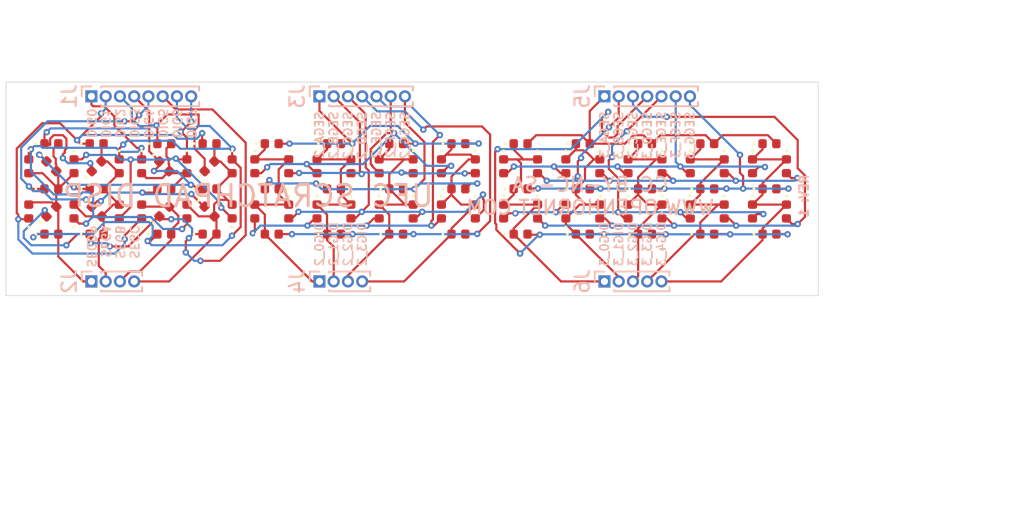
<source format=kicad_pcb>
(kicad_pcb (version 20171130) (host pcbnew "(5.1.4)-1")
  (layers (0 F.Cu signal) (31 B.Cu signal) (34 B.Paste user) (35 F.Paste user) (36 B.SilkS user) (37 F.SilkS user) (38 B.Mask user) (39 F.Mask user) (44 Edge.Cuts user))
  (net 0 "")
  (net 1 /DIG7)
  (net 2 /DIG0)
  (net 3 /DIG1)
  (net 4 /DIG2)
  (net 5 /DIG3)
  (net 6 /DIG4)
  (net 7 /DIG5)
  (net 8 /DIG6)
  (net 9 /SEGDP)
  (net 10 /SEGA)
  (net 11 /SEGB)
  (net 12 /SEGC)
  (net 13 /DIG0_2)
  (net 14 /DIG1_2)
  (net 15 /DIG2_2)
  (net 16 /DIG3_2)
  (net 17 /SEGA_2)
  (net 18 /SEGB_2)
  (net 19 /SEGC_2)
  (net 20 /SEGD_2)
  (net 21 /SEGE_2)
  (net 22 /SEGF_2)
  (net 23 /SEGG_2)
  (net 24 /SEGA_3)
  (net 25 /DIG0_3)
  (net 26 /SEGB_3)
  (net 27 /SEGC_3)
  (net 28 /SEGD_3)
  (net 29 /SEGE_3)
  (net 30 /SEGF_3)
  (net 31 /SEGG_3)
  (net 32 /DIG1_3)
  (net 33 /DIG2_3)
  (net 34 /DIG3_3)
  (net 35 /DIG4_3)
  (module LED_SMD:LED_0402_1005Metric (layer F.Cu) (at 160.3375 87.9545 270)
    (fp_text reference D24 hide)
    (fp_text value LED)
    (pad 1 smd roundrect (at -0.485 0 270) (size 0.59 0.64) (layers F.Cu F.Paste F.Mask) (net 1 /DIG7))
    (pad 2 smd roundrect (at 0.485 0 270) (size 0.59 0.64) (layers F.Cu F.Paste F.Mask) (net 11 /SEGB))
  )
  (module LED_SMD:LED_0402_1005Metric (layer F.Cu) (at 161.925 86.367)
    (fp_text reference D26 hide)
    (fp_text value LED)
    (pad 1 smd roundrect (at -0.485 0) (size 0.59 0.64) (layers F.Cu F.Paste F.Mask) (net 3 /DIG1))
    (pad 2 smd roundrect (at 0.485 0) (size 0.59 0.64) (layers F.Cu F.Paste F.Mask) (net 12 /SEGC))
  )
  (module LED_SMD:LED_0402_1005Metric (layer F.Cu) (at 158.75 92.717)
    (fp_text reference D23 hide)
    (fp_text value LED)
    (pad 2 smd roundrect (at 0.485 0) (size 0.59 0.64) (layers F.Cu F.Paste F.Mask) (net 11 /SEGB))
    (pad 1 smd roundrect (at -0.485 0) (size 0.59 0.64) (layers F.Cu F.Paste F.Mask) (net 8 /DIG6))
  )
  (module LED_SMD:LED_0402_1005Metric (layer F.Cu) (at 158.75 91.1295 45)
    (fp_text reference D22 hide)
    (fp_text value LED)
    (pad 1 smd roundrect (at -0.485 0 45) (size 0.59 0.64) (layers F.Cu F.Paste F.Mask) (net 7 /DIG5))
    (pad 2 smd roundrect (at 0.485 0 45) (size 0.59 0.64) (layers F.Cu F.Paste F.Mask) (net 11 /SEGB))
  )
  (module LED_SMD:LED_0402_1005Metric (layer F.Cu) (at 161.925 89.542)
    (fp_text reference D28 hide)
    (fp_text value LED)
    (pad 1 smd roundrect (at -0.485 0) (size 0.59 0.64) (layers F.Cu F.Paste F.Mask) (net 5 /DIG3))
    (pad 2 smd roundrect (at 0.485 0) (size 0.59 0.64) (layers F.Cu F.Paste F.Mask) (net 12 /SEGC))
  )
  (module LED_SMD:LED_0402_1005Metric (layer F.Cu) (at 161.925 91.1295 315)
    (fp_text reference D29 hide)
    (fp_text value LED)
    (pad 2 smd roundrect (at 0.485 0 315) (size 0.59 0.64) (layers F.Cu F.Paste F.Mask) (net 12 /SEGC))
    (pad 1 smd roundrect (at -0.485 0 315) (size 0.59 0.64) (layers F.Cu F.Paste F.Mask) (net 6 /DIG4))
  )
  (module LED_SMD:LED_0402_1005Metric (layer F.Cu) (at 161.925 87.9545 45)
    (fp_text reference D27 hide)
    (fp_text value LED)
    (pad 2 smd roundrect (at 0.485 0 45) (size 0.59 0.64) (layers F.Cu F.Paste F.Mask) (net 12 /SEGC))
    (pad 1 smd roundrect (at -0.485 0 45) (size 0.59 0.64) (layers F.Cu F.Paste F.Mask) (net 4 /DIG2))
  )
  (module LED_SMD:LED_0402_1005Metric (layer F.Cu) (at 161.925 92.717)
    (fp_text reference D30 hide)
    (fp_text value LED)
    (pad 1 smd roundrect (at -0.485 0) (size 0.59 0.64) (layers F.Cu F.Paste F.Mask) (net 7 /DIG5))
    (pad 2 smd roundrect (at 0.485 0) (size 0.59 0.64) (layers F.Cu F.Paste F.Mask) (net 12 /SEGC))
  )
  (module LED_SMD:LED_0402_1005Metric (layer F.Cu) (at 163.5125 87.9545 270)
    (fp_text reference D31 hide)
    (fp_text value LED)
    (pad 2 smd roundrect (at 0.485 0 270) (size 0.59 0.64) (layers F.Cu F.Paste F.Mask) (net 12 /SEGC))
    (pad 1 smd roundrect (at -0.485 0 270) (size 0.59 0.64) (layers F.Cu F.Paste F.Mask) (net 8 /DIG6))
  )
  (module LED_SMD:LED_0402_1005Metric (layer F.Cu) (at 160.3375 91.1295 90)
    (fp_text reference D25 hide)
    (fp_text value LED)
    (pad 2 smd roundrect (at 0.485 0 90) (size 0.59 0.64) (layers F.Cu F.Paste F.Mask) (net 12 /SEGC))
    (pad 1 smd roundrect (at -0.485 0 90) (size 0.59 0.64) (layers F.Cu F.Paste F.Mask) (net 2 /DIG0))
  )
  (module LED_SMD:LED_0402_1005Metric (layer F.Cu) (at 163.5125 91.1295 90)
    (fp_text reference D32 hide)
    (fp_text value LED)
    (pad 1 smd roundrect (at -0.485 0 90) (size 0.59 0.64) (layers F.Cu F.Paste F.Mask) (net 1 /DIG7))
    (pad 2 smd roundrect (at 0.485 0 90) (size 0.59 0.64) (layers F.Cu F.Paste F.Mask) (net 12 /SEGC))
  )
  (module LED_SMD:LED_0402_1005Metric (layer F.Cu) (at 157.1625 87.9545 270)
    (fp_text reference D17 hide)
    (fp_text value LED)
    (pad 1 smd roundrect (at -0.485 0 270) (size 0.59 0.64) (layers F.Cu F.Paste F.Mask) (net 2 /DIG0))
    (pad 2 smd roundrect (at 0.485 0 270) (size 0.59 0.64) (layers F.Cu F.Paste F.Mask) (net 11 /SEGB))
  )
  (module LED_SMD:LED_0402_1005Metric (layer F.Cu) (at 158.75 86.367)
    (fp_text reference D19 hide)
    (fp_text value LED)
    (pad 1 smd roundrect (at -0.485 0) (size 0.59 0.64) (layers F.Cu F.Paste F.Mask) (net 4 /DIG2))
    (pad 2 smd roundrect (at 0.485 0) (size 0.59 0.64) (layers F.Cu F.Paste F.Mask) (net 11 /SEGB))
  )
  (module LED_SMD:LED_0402_1005Metric (layer F.Cu) (at 158.75 89.542)
    (fp_text reference D21 hide)
    (fp_text value LED)
    (pad 2 smd roundrect (at 0.485 0) (size 0.59 0.64) (layers F.Cu F.Paste F.Mask) (net 11 /SEGB))
    (pad 1 smd roundrect (at -0.485 0) (size 0.59 0.64) (layers F.Cu F.Paste F.Mask) (net 6 /DIG4))
  )
  (module LED_SMD:LED_0402_1005Metric (layer F.Cu) (at 158.75 87.9545 315)
    (fp_text reference D20 hide)
    (fp_text value LED)
    (pad 1 smd roundrect (at -0.485 0 315) (size 0.59 0.64) (layers F.Cu F.Paste F.Mask) (net 5 /DIG3))
    (pad 2 smd roundrect (at 0.485 0 315) (size 0.59 0.64) (layers F.Cu F.Paste F.Mask) (net 11 /SEGB))
  )
  (module LED_SMD:LED_0402_1005Metric (layer F.Cu) (at 157.1625 91.1295 90)
    (fp_text reference D18 hide)
    (fp_text value LED)
    (pad 2 smd roundrect (at 0.485 0 90) (size 0.59 0.64) (layers F.Cu F.Paste F.Mask) (net 11 /SEGB))
    (pad 1 smd roundrect (at -0.485 0 90) (size 0.59 0.64) (layers F.Cu F.Paste F.Mask) (net 3 /DIG1))
  )
  (module LED_SMD:LED_0402_1005Metric (layer F.Cu) (at 154.0015 87.954 45)
    (fp_text reference D11 hide)
    (fp_text value LED)
    (pad 2 smd roundrect (at 0.485 0 45) (size 0.59 0.64) (layers F.Cu F.Paste F.Mask) (net 10 /SEGA))
    (pad 1 smd roundrect (at -0.485 0 45) (size 0.59 0.64) (layers F.Cu F.Paste F.Mask) (net 4 /DIG2))
  )
  (module LED_SMD:LED_0402_1005Metric (layer F.Cu) (at 150.8265 87.954 315)
    (fp_text reference D4 hide)
    (fp_text value LED)
    (pad 1 smd roundrect (at -0.485 0 315) (size 0.59 0.64) (layers F.Cu F.Paste F.Mask) (net 5 /DIG3))
    (pad 2 smd roundrect (at 0.485 0 315) (size 0.59 0.64) (layers F.Cu F.Paste F.Mask) (net 9 /SEGDP))
  )
  (module LED_SMD:LED_0402_1005Metric (layer F.Cu) (at 154.0015 91.129 315)
    (fp_text reference D13 hide)
    (fp_text value LED)
    (pad 2 smd roundrect (at 0.485 0 315) (size 0.59 0.64) (layers F.Cu F.Paste F.Mask) (net 10 /SEGA))
    (pad 1 smd roundrect (at -0.485 0 315) (size 0.59 0.64) (layers F.Cu F.Paste F.Mask) (net 6 /DIG4))
  )
  (module LED_SMD:LED_0402_1005Metric (layer F.Cu) (at 154.0015 86.3665)
    (fp_text reference D10 hide)
    (fp_text value LED)
    (pad 1 smd roundrect (at -0.485 0) (size 0.59 0.64) (layers F.Cu F.Paste F.Mask) (net 3 /DIG1))
    (pad 2 smd roundrect (at 0.485 0) (size 0.59 0.64) (layers F.Cu F.Paste F.Mask) (net 10 /SEGA))
  )
  (module LED_SMD:LED_0402_1005Metric (layer F.Cu) (at 154.0015 89.5415)
    (fp_text reference D12 hide)
    (fp_text value LED)
    (pad 1 smd roundrect (at -0.485 0) (size 0.59 0.64) (layers F.Cu F.Paste F.Mask) (net 5 /DIG3))
    (pad 2 smd roundrect (at 0.485 0) (size 0.59 0.64) (layers F.Cu F.Paste F.Mask) (net 10 /SEGA))
  )
  (module LED_SMD:LED_0402_1005Metric (layer F.Cu) (at 152.414 91.129 90)
    (fp_text reference D9 hide)
    (fp_text value LED)
    (pad 1 smd roundrect (at -0.485 0 90) (size 0.59 0.64) (layers F.Cu F.Paste F.Mask) (net 2 /DIG0))
    (pad 2 smd roundrect (at 0.485 0 90) (size 0.59 0.64) (layers F.Cu F.Paste F.Mask) (net 10 /SEGA))
  )
  (module LED_SMD:LED_0402_1005Metric (layer F.Cu) (at 150.8265 89.5415)
    (fp_text reference D5 hide)
    (fp_text value LED)
    (pad 2 smd roundrect (at 0.485 0) (size 0.59 0.64) (layers F.Cu F.Paste F.Mask) (net 9 /SEGDP))
    (pad 1 smd roundrect (at -0.485 0) (size 0.59 0.64) (layers F.Cu F.Paste F.Mask) (net 6 /DIG4))
  )
  (module LED_SMD:LED_0402_1005Metric (layer F.Cu) (at 150.8265 92.7165)
    (fp_text reference D7 hide)
    (fp_text value LED)
    (pad 2 smd roundrect (at 0.485 0) (size 0.59 0.64) (layers F.Cu F.Paste F.Mask) (net 9 /SEGDP))
    (pad 1 smd roundrect (at -0.485 0) (size 0.59 0.64) (layers F.Cu F.Paste F.Mask) (net 8 /DIG6))
  )
  (module LED_SMD:LED_0402_1005Metric (layer F.Cu) (at 155.589 87.954 270)
    (fp_text reference D15 hide)
    (fp_text value LED)
    (pad 2 smd roundrect (at 0.485 0 270) (size 0.59 0.64) (layers F.Cu F.Paste F.Mask) (net 10 /SEGA))
    (pad 1 smd roundrect (at -0.485 0 270) (size 0.59 0.64) (layers F.Cu F.Paste F.Mask) (net 8 /DIG6))
  )
  (module LED_SMD:LED_0402_1005Metric (layer F.Cu) (at 150.8265 91.129 45)
    (fp_text reference D6 hide)
    (fp_text value LED)
    (pad 1 smd roundrect (at -0.485 0 45) (size 0.59 0.64) (layers F.Cu F.Paste F.Mask) (net 7 /DIG5))
    (pad 2 smd roundrect (at 0.485 0 45) (size 0.59 0.64) (layers F.Cu F.Paste F.Mask) (net 9 /SEGDP))
  )
  (module LED_SMD:LED_0402_1005Metric (layer F.Cu) (at 155.589 91.129 90)
    (fp_text reference D16 hide)
    (fp_text value LED)
    (pad 1 smd roundrect (at -0.485 0 90) (size 0.59 0.64) (layers F.Cu F.Paste F.Mask) (net 1 /DIG7))
    (pad 2 smd roundrect (at 0.485 0 90) (size 0.59 0.64) (layers F.Cu F.Paste F.Mask) (net 10 /SEGA))
  )
  (module LED_SMD:LED_0402_1005Metric (layer F.Cu) (at 152.414 87.954 270)
    (fp_text reference D8 hide)
    (fp_text value LED)
    (pad 1 smd roundrect (at -0.485 0 270) (size 0.59 0.64) (layers F.Cu F.Paste F.Mask) (net 1 /DIG7))
    (pad 2 smd roundrect (at 0.485 0 270) (size 0.59 0.64) (layers F.Cu F.Paste F.Mask) (net 9 /SEGDP))
  )
  (module LED_SMD:LED_0402_1005Metric (layer F.Cu) (at 154.0015 92.7165)
    (fp_text reference D14 hide)
    (fp_text value LED)
    (pad 1 smd roundrect (at -0.485 0) (size 0.59 0.64) (layers F.Cu F.Paste F.Mask) (net 7 /DIG5))
    (pad 2 smd roundrect (at 0.485 0) (size 0.59 0.64) (layers F.Cu F.Paste F.Mask) (net 10 /SEGA))
  )
  (module LED_SMD:LED_0402_1005Metric (layer F.Cu) (at 150.8265 86.3665)
    (fp_text reference D3 hide)
    (fp_text value LED)
    (pad 2 smd roundrect (at 0.485 0) (size 0.59 0.64) (layers F.Cu F.Paste F.Mask) (net 9 /SEGDP))
    (pad 1 smd roundrect (at -0.485 0) (size 0.59 0.64) (layers F.Cu F.Paste F.Mask) (net 4 /DIG2))
  )
  (module LED_SMD:LED_0402_1005Metric (layer F.Cu) (at 149.239 91.129 90)
    (fp_text reference D2 hide)
    (fp_text value LED)
    (pad 1 smd roundrect (at -0.485 0 90) (size 0.59 0.64) (layers F.Cu F.Paste F.Mask) (net 3 /DIG1))
    (pad 2 smd roundrect (at 0.485 0 90) (size 0.59 0.64) (layers F.Cu F.Paste F.Mask) (net 9 /SEGDP))
  )
  (module LED_SMD:LED_0402_1005Metric (layer F.Cu) (at 149.239 87.954 270)
    (fp_text reference D1 hide)
    (fp_text value LED)
    (pad 1 smd roundrect (at -0.485 0 270) (size 0.59 0.64) (layers F.Cu F.Paste F.Mask) (net 2 /DIG0))
    (pad 2 smd roundrect (at 0.485 0 270) (size 0.59 0.64) (layers F.Cu F.Paste F.Mask) (net 9 /SEGDP))
  )
  (module LED_SMD:LED_0402_1005Metric (layer F.Cu) (at 166.290625 86.367)
    (fp_text reference D33 hide)
    (fp_text value LED)
    (pad 2 smd roundrect (at 0.485 0) (size 0.59 0.64) (layers F.Cu F.Paste F.Mask) (net 17 /SEGA_2))
    (pad 1 smd roundrect (at -0.485 0) (size 0.59 0.64) (layers F.Cu F.Paste F.Mask) (net 13 /DIG0_2))
  )
  (module LED_SMD:LED_0402_1005Metric (layer F.Cu) (at 167.48125 87.9545 270)
    (fp_text reference D34 hide)
    (fp_text value LED)
    (pad 1 smd roundrect (at -0.485 0 270) (size 0.59 0.64) (layers F.Cu F.Paste F.Mask) (net 13 /DIG0_2))
    (pad 2 smd roundrect (at 0.485 0 270) (size 0.59 0.64) (layers F.Cu F.Paste F.Mask) (net 18 /SEGB_2))
  )
  (module LED_SMD:LED_0402_1005Metric (layer F.Cu) (at 167.48125 91.1295 270)
    (fp_text reference D35 hide)
    (fp_text value LED)
    (pad 2 smd roundrect (at 0.485 0 270) (size 0.59 0.64) (layers F.Cu F.Paste F.Mask) (net 19 /SEGC_2))
    (pad 1 smd roundrect (at -0.485 0 270) (size 0.59 0.64) (layers F.Cu F.Paste F.Mask) (net 13 /DIG0_2))
  )
  (module LED_SMD:LED_0402_1005Metric (layer F.Cu) (at 166.290625 92.717)
    (fp_text reference D36 hide)
    (fp_text value LED)
    (pad 1 smd roundrect (at -0.485 0) (size 0.59 0.64) (layers F.Cu F.Paste F.Mask) (net 13 /DIG0_2))
    (pad 2 smd roundrect (at 0.485 0) (size 0.59 0.64) (layers F.Cu F.Paste F.Mask) (net 20 /SEGD_2))
  )
  (module LED_SMD:LED_0402_1005Metric (layer F.Cu) (at 165.1 91.1295 270)
    (fp_text reference D37 hide)
    (fp_text value LED)
    (pad 2 smd roundrect (at 0.485 0 270) (size 0.59 0.64) (layers F.Cu F.Paste F.Mask) (net 21 /SEGE_2))
    (pad 1 smd roundrect (at -0.485 0 270) (size 0.59 0.64) (layers F.Cu F.Paste F.Mask) (net 13 /DIG0_2))
  )
  (module LED_SMD:LED_0402_1005Metric (layer F.Cu) (at 165.1 87.9545 270)
    (fp_text reference D38 hide)
    (fp_text value LED)
    (pad 1 smd roundrect (at -0.485 0 270) (size 0.59 0.64) (layers F.Cu F.Paste F.Mask) (net 13 /DIG0_2))
    (pad 2 smd roundrect (at 0.485 0 270) (size 0.59 0.64) (layers F.Cu F.Paste F.Mask) (net 22 /SEGF_2))
  )
  (module LED_SMD:LED_0402_1005Metric (layer F.Cu) (at 166.290625 89.542 180)
    (fp_text reference D39 hide)
    (fp_text value LED)
    (pad 2 smd roundrect (at 0.485 0 180) (size 0.59 0.64) (layers F.Cu F.Paste F.Mask) (net 23 /SEGG_2))
    (pad 1 smd roundrect (at -0.485 0 180) (size 0.59 0.64) (layers F.Cu F.Paste F.Mask) (net 13 /DIG0_2))
  )
  (module LED_SMD:LED_0402_1005Metric (layer F.Cu) (at 170.65625 86.367)
    (fp_text reference D40 hide)
    (fp_text value LED)
    (pad 1 smd roundrect (at -0.485 0) (size 0.59 0.64) (layers F.Cu F.Paste F.Mask) (net 14 /DIG1_2))
    (pad 2 smd roundrect (at 0.485 0) (size 0.59 0.64) (layers F.Cu F.Paste F.Mask) (net 17 /SEGA_2))
  )
  (module LED_SMD:LED_0402_1005Metric (layer F.Cu) (at 171.846875 87.9545 270)
    (fp_text reference D41 hide)
    (fp_text value LED)
    (pad 2 smd roundrect (at 0.485 0 270) (size 0.59 0.64) (layers F.Cu F.Paste F.Mask) (net 18 /SEGB_2))
    (pad 1 smd roundrect (at -0.485 0 270) (size 0.59 0.64) (layers F.Cu F.Paste F.Mask) (net 14 /DIG1_2))
  )
  (module LED_SMD:LED_0402_1005Metric (layer F.Cu) (at 171.846875 91.1295 270)
    (fp_text reference D42 hide)
    (fp_text value LED)
    (pad 1 smd roundrect (at -0.485 0 270) (size 0.59 0.64) (layers F.Cu F.Paste F.Mask) (net 14 /DIG1_2))
    (pad 2 smd roundrect (at 0.485 0 270) (size 0.59 0.64) (layers F.Cu F.Paste F.Mask) (net 19 /SEGC_2))
  )
  (module LED_SMD:LED_0402_1005Metric (layer F.Cu) (at 170.65625 92.717)
    (fp_text reference D43 hide)
    (fp_text value LED)
    (pad 2 smd roundrect (at 0.485 0) (size 0.59 0.64) (layers F.Cu F.Paste F.Mask) (net 20 /SEGD_2))
    (pad 1 smd roundrect (at -0.485 0) (size 0.59 0.64) (layers F.Cu F.Paste F.Mask) (net 14 /DIG1_2))
  )
  (module LED_SMD:LED_0402_1005Metric (layer F.Cu) (at 169.465625 91.1295 270)
    (fp_text reference D44 hide)
    (fp_text value LED)
    (pad 1 smd roundrect (at -0.485 0 270) (size 0.59 0.64) (layers F.Cu F.Paste F.Mask) (net 14 /DIG1_2))
    (pad 2 smd roundrect (at 0.485 0 270) (size 0.59 0.64) (layers F.Cu F.Paste F.Mask) (net 21 /SEGE_2))
  )
  (module LED_SMD:LED_0402_1005Metric (layer F.Cu) (at 169.465625 87.9545 270)
    (fp_text reference D45 hide)
    (fp_text value LED)
    (pad 2 smd roundrect (at 0.485 0 270) (size 0.59 0.64) (layers F.Cu F.Paste F.Mask) (net 22 /SEGF_2))
    (pad 1 smd roundrect (at -0.485 0 270) (size 0.59 0.64) (layers F.Cu F.Paste F.Mask) (net 14 /DIG1_2))
  )
  (module LED_SMD:LED_0402_1005Metric (layer F.Cu) (at 170.65625 89.542 180)
    (fp_text reference D46 hide)
    (fp_text value LED)
    (pad 1 smd roundrect (at -0.485 0 180) (size 0.59 0.64) (layers F.Cu F.Paste F.Mask) (net 14 /DIG1_2))
    (pad 2 smd roundrect (at 0.485 0 180) (size 0.59 0.64) (layers F.Cu F.Paste F.Mask) (net 23 /SEGG_2))
  )
  (module LED_SMD:LED_0402_1005Metric (layer F.Cu) (at 175.021875 86.367)
    (fp_text reference D47 hide)
    (fp_text value LED)
    (pad 2 smd roundrect (at 0.485 0) (size 0.59 0.64) (layers F.Cu F.Paste F.Mask) (net 17 /SEGA_2))
    (pad 1 smd roundrect (at -0.485 0) (size 0.59 0.64) (layers F.Cu F.Paste F.Mask) (net 15 /DIG2_2))
  )
  (module LED_SMD:LED_0402_1005Metric (layer F.Cu) (at 176.2125 87.9545 270)
    (fp_text reference D48 hide)
    (fp_text value LED)
    (pad 1 smd roundrect (at -0.485 0 270) (size 0.59 0.64) (layers F.Cu F.Paste F.Mask) (net 15 /DIG2_2))
    (pad 2 smd roundrect (at 0.485 0 270) (size 0.59 0.64) (layers F.Cu F.Paste F.Mask) (net 18 /SEGB_2))
  )
  (module LED_SMD:LED_0402_1005Metric (layer F.Cu) (at 176.2125 91.1295 270)
    (fp_text reference D49 hide)
    (fp_text value LED)
    (pad 2 smd roundrect (at 0.485 0 270) (size 0.59 0.64) (layers F.Cu F.Paste F.Mask) (net 19 /SEGC_2))
    (pad 1 smd roundrect (at -0.485 0 270) (size 0.59 0.64) (layers F.Cu F.Paste F.Mask) (net 15 /DIG2_2))
  )
  (module LED_SMD:LED_0402_1005Metric (layer F.Cu) (at 175.021875 92.717)
    (fp_text reference D50 hide)
    (fp_text value LED)
    (pad 1 smd roundrect (at -0.485 0) (size 0.59 0.64) (layers F.Cu F.Paste F.Mask) (net 15 /DIG2_2))
    (pad 2 smd roundrect (at 0.485 0) (size 0.59 0.64) (layers F.Cu F.Paste F.Mask) (net 20 /SEGD_2))
  )
  (module LED_SMD:LED_0402_1005Metric (layer F.Cu) (at 173.83125 91.1295 270)
    (fp_text reference D51 hide)
    (fp_text value LED)
    (pad 2 smd roundrect (at 0.485 0 270) (size 0.59 0.64) (layers F.Cu F.Paste F.Mask) (net 21 /SEGE_2))
    (pad 1 smd roundrect (at -0.485 0 270) (size 0.59 0.64) (layers F.Cu F.Paste F.Mask) (net 15 /DIG2_2))
  )
  (module LED_SMD:LED_0402_1005Metric (layer F.Cu) (at 173.83125 87.9545 270)
    (fp_text reference D52 hide)
    (fp_text value LED)
    (pad 1 smd roundrect (at -0.485 0 270) (size 0.59 0.64) (layers F.Cu F.Paste F.Mask) (net 15 /DIG2_2))
    (pad 2 smd roundrect (at 0.485 0 270) (size 0.59 0.64) (layers F.Cu F.Paste F.Mask) (net 22 /SEGF_2))
  )
  (module LED_SMD:LED_0402_1005Metric (layer F.Cu) (at 175.021875 89.542)
    (fp_text reference D53 hide)
    (fp_text value LED)
    (pad 2 smd roundrect (at 0.485 0) (size 0.59 0.64) (layers F.Cu F.Paste F.Mask) (net 23 /SEGG_2))
    (pad 1 smd roundrect (at -0.485 0) (size 0.59 0.64) (layers F.Cu F.Paste F.Mask) (net 15 /DIG2_2))
  )
  (module LED_SMD:LED_0402_1005Metric (layer F.Cu) (at 179.3875 86.367)
    (fp_text reference D54 hide)
    (fp_text value LED)
    (pad 1 smd roundrect (at -0.485 0) (size 0.59 0.64) (layers F.Cu F.Paste F.Mask) (net 16 /DIG3_2))
    (pad 2 smd roundrect (at 0.485 0) (size 0.59 0.64) (layers F.Cu F.Paste F.Mask) (net 17 /SEGA_2))
  )
  (module LED_SMD:LED_0402_1005Metric (layer F.Cu) (at 180.578125 87.9545 270)
    (fp_text reference D55 hide)
    (fp_text value LED)
    (pad 2 smd roundrect (at 0.485 0 270) (size 0.59 0.64) (layers F.Cu F.Paste F.Mask) (net 18 /SEGB_2))
    (pad 1 smd roundrect (at -0.485 0 270) (size 0.59 0.64) (layers F.Cu F.Paste F.Mask) (net 16 /DIG3_2))
  )
  (module LED_SMD:LED_0402_1005Metric (layer F.Cu) (at 180.578125 91.1295 270)
    (fp_text reference D56 hide)
    (fp_text value LED)
    (pad 1 smd roundrect (at -0.485 0 270) (size 0.59 0.64) (layers F.Cu F.Paste F.Mask) (net 16 /DIG3_2))
    (pad 2 smd roundrect (at 0.485 0 270) (size 0.59 0.64) (layers F.Cu F.Paste F.Mask) (net 19 /SEGC_2))
  )
  (module LED_SMD:LED_0402_1005Metric (layer F.Cu) (at 179.3875 92.717)
    (fp_text reference D57 hide)
    (fp_text value LED)
    (pad 2 smd roundrect (at 0.485 0) (size 0.59 0.64) (layers F.Cu F.Paste F.Mask) (net 20 /SEGD_2))
    (pad 1 smd roundrect (at -0.485 0) (size 0.59 0.64) (layers F.Cu F.Paste F.Mask) (net 16 /DIG3_2))
  )
  (module LED_SMD:LED_0402_1005Metric (layer F.Cu) (at 178.196875 91.1295 270)
    (fp_text reference D58 hide)
    (fp_text value LED)
    (pad 1 smd roundrect (at -0.485 0 270) (size 0.59 0.64) (layers F.Cu F.Paste F.Mask) (net 16 /DIG3_2))
    (pad 2 smd roundrect (at 0.485 0 270) (size 0.59 0.64) (layers F.Cu F.Paste F.Mask) (net 21 /SEGE_2))
  )
  (module LED_SMD:LED_0402_1005Metric (layer F.Cu) (at 178.196875 87.9545 270)
    (fp_text reference D59 hide)
    (fp_text value LED)
    (pad 2 smd roundrect (at 0.485 0 270) (size 0.59 0.64) (layers F.Cu F.Paste F.Mask) (net 22 /SEGF_2))
    (pad 1 smd roundrect (at -0.485 0 270) (size 0.59 0.64) (layers F.Cu F.Paste F.Mask) (net 16 /DIG3_2))
  )
  (module LED_SMD:LED_0402_1005Metric (layer F.Cu) (at 179.3875 89.542)
    (fp_text reference D60 hide)
    (fp_text value LED)
    (pad 1 smd roundrect (at -0.485 0) (size 0.59 0.64) (layers F.Cu F.Paste F.Mask) (net 16 /DIG3_2))
    (pad 2 smd roundrect (at 0.485 0) (size 0.59 0.64) (layers F.Cu F.Paste F.Mask) (net 23 /SEGG_2))
  )
  (module LED_SMD:LED_0402_1005Metric (layer F.Cu) (at 183.753125 86.367)
    (fp_text reference D61 hide)
    (fp_text value LED)
    (pad 2 smd roundrect (at 0.485 0) (size 0.59 0.64) (layers F.Cu F.Paste F.Mask) (net 24 /SEGA_3))
    (pad 1 smd roundrect (at -0.485 0) (size 0.59 0.64) (layers F.Cu F.Paste F.Mask) (net 25 /DIG0_3))
  )
  (module LED_SMD:LED_0402_1005Metric (layer F.Cu) (at 184.94375 87.9545 270)
    (fp_text reference D62 hide)
    (fp_text value LED)
    (pad 1 smd roundrect (at -0.485 0 270) (size 0.59 0.64) (layers F.Cu F.Paste F.Mask) (net 25 /DIG0_3))
    (pad 2 smd roundrect (at 0.485 0 270) (size 0.59 0.64) (layers F.Cu F.Paste F.Mask) (net 26 /SEGB_3))
  )
  (module LED_SMD:LED_0402_1005Metric (layer F.Cu) (at 184.94375 91.1295 270)
    (fp_text reference D63 hide)
    (fp_text value LED)
    (pad 2 smd roundrect (at 0.485 0 270) (size 0.59 0.64) (layers F.Cu F.Paste F.Mask) (net 27 /SEGC_3))
    (pad 1 smd roundrect (at -0.485 0 270) (size 0.59 0.64) (layers F.Cu F.Paste F.Mask) (net 25 /DIG0_3))
  )
  (module LED_SMD:LED_0402_1005Metric (layer F.Cu) (at 183.753125 92.717)
    (fp_text reference D64 hide)
    (fp_text value LED)
    (pad 1 smd roundrect (at -0.485 0) (size 0.59 0.64) (layers F.Cu F.Paste F.Mask) (net 25 /DIG0_3))
    (pad 2 smd roundrect (at 0.485 0) (size 0.59 0.64) (layers F.Cu F.Paste F.Mask) (net 28 /SEGD_3))
  )
  (module LED_SMD:LED_0402_1005Metric (layer F.Cu) (at 182.5625 91.1295 270)
    (fp_text reference D65 hide)
    (fp_text value LED)
    (pad 2 smd roundrect (at 0.485 0 270) (size 0.59 0.64) (layers F.Cu F.Paste F.Mask) (net 29 /SEGE_3))
    (pad 1 smd roundrect (at -0.485 0 270) (size 0.59 0.64) (layers F.Cu F.Paste F.Mask) (net 25 /DIG0_3))
  )
  (module LED_SMD:LED_0402_1005Metric (layer F.Cu) (at 182.5625 87.9545 270)
    (fp_text reference D66 hide)
    (fp_text value LED)
    (pad 1 smd roundrect (at -0.485 0 270) (size 0.59 0.64) (layers F.Cu F.Paste F.Mask) (net 25 /DIG0_3))
    (pad 2 smd roundrect (at 0.485 0 270) (size 0.59 0.64) (layers F.Cu F.Paste F.Mask) (net 30 /SEGF_3))
  )
  (module LED_SMD:LED_0402_1005Metric (layer F.Cu) (at 183.753125 89.542)
    (fp_text reference D67 hide)
    (fp_text value LED)
    (pad 2 smd roundrect (at 0.485 0) (size 0.59 0.64) (layers F.Cu F.Paste F.Mask) (net 31 /SEGG_3))
    (pad 1 smd roundrect (at -0.485 0) (size 0.59 0.64) (layers F.Cu F.Paste F.Mask) (net 25 /DIG0_3))
  )
  (module LED_SMD:LED_0402_1005Metric (layer F.Cu) (at 188.11875 86.367)
    (fp_text reference D68 hide)
    (fp_text value LED)
    (pad 1 smd roundrect (at -0.485 0) (size 0.59 0.64) (layers F.Cu F.Paste F.Mask) (net 32 /DIG1_3))
    (pad 2 smd roundrect (at 0.485 0) (size 0.59 0.64) (layers F.Cu F.Paste F.Mask) (net 24 /SEGA_3))
  )
  (module LED_SMD:LED_0402_1005Metric (layer F.Cu) (at 189.309375 87.9545 270)
    (fp_text reference D69 hide)
    (fp_text value LED)
    (pad 2 smd roundrect (at 0.485 0 270) (size 0.59 0.64) (layers F.Cu F.Paste F.Mask) (net 26 /SEGB_3))
    (pad 1 smd roundrect (at -0.485 0 270) (size 0.59 0.64) (layers F.Cu F.Paste F.Mask) (net 32 /DIG1_3))
  )
  (module LED_SMD:LED_0402_1005Metric (layer F.Cu) (at 189.309375 91.1295 270)
    (fp_text reference D70 hide)
    (fp_text value LED)
    (pad 1 smd roundrect (at -0.485 0 270) (size 0.59 0.64) (layers F.Cu F.Paste F.Mask) (net 32 /DIG1_3))
    (pad 2 smd roundrect (at 0.485 0 270) (size 0.59 0.64) (layers F.Cu F.Paste F.Mask) (net 27 /SEGC_3))
  )
  (module LED_SMD:LED_0402_1005Metric (layer F.Cu) (at 188.11875 92.717)
    (fp_text reference D71 hide)
    (fp_text value LED)
    (pad 2 smd roundrect (at 0.485 0) (size 0.59 0.64) (layers F.Cu F.Paste F.Mask) (net 28 /SEGD_3))
    (pad 1 smd roundrect (at -0.485 0) (size 0.59 0.64) (layers F.Cu F.Paste F.Mask) (net 32 /DIG1_3))
  )
  (module LED_SMD:LED_0402_1005Metric (layer F.Cu) (at 186.928125 91.1295 90)
    (fp_text reference D72 hide)
    (fp_text value LED)
    (pad 1 smd roundrect (at -0.485 0 90) (size 0.59 0.64) (layers F.Cu F.Paste F.Mask) (net 32 /DIG1_3))
    (pad 2 smd roundrect (at 0.485 0 90) (size 0.59 0.64) (layers F.Cu F.Paste F.Mask) (net 29 /SEGE_3))
  )
  (module LED_SMD:LED_0402_1005Metric (layer F.Cu) (at 186.928125 87.9545 270)
    (fp_text reference D73 hide)
    (fp_text value LED)
    (pad 1 smd roundrect (at -0.485 0 270) (size 0.59 0.64) (layers F.Cu F.Paste F.Mask) (net 32 /DIG1_3))
    (pad 2 smd roundrect (at 0.485 0 270) (size 0.59 0.64) (layers F.Cu F.Paste F.Mask) (net 30 /SEGF_3))
  )
  (module LED_SMD:LED_0402_1005Metric (layer F.Cu) (at 188.11875 89.542)
    (fp_text reference D74 hide)
    (fp_text value LED)
    (pad 2 smd roundrect (at 0.485 0) (size 0.59 0.64) (layers F.Cu F.Paste F.Mask) (net 31 /SEGG_3))
    (pad 1 smd roundrect (at -0.485 0) (size 0.59 0.64) (layers F.Cu F.Paste F.Mask) (net 32 /DIG1_3))
  )
  (module LED_SMD:LED_0402_1005Metric (layer F.Cu) (at 192.484375 86.367)
    (fp_text reference D75 hide)
    (fp_text value LED)
    (pad 1 smd roundrect (at -0.485 0) (size 0.59 0.64) (layers F.Cu F.Paste F.Mask) (net 33 /DIG2_3))
    (pad 2 smd roundrect (at 0.485 0) (size 0.59 0.64) (layers F.Cu F.Paste F.Mask) (net 24 /SEGA_3))
  )
  (module LED_SMD:LED_0402_1005Metric (layer F.Cu) (at 193.675 87.9545 270)
    (fp_text reference D76 hide)
    (fp_text value LED)
    (pad 2 smd roundrect (at 0.485 0 270) (size 0.59 0.64) (layers F.Cu F.Paste F.Mask) (net 26 /SEGB_3))
    (pad 1 smd roundrect (at -0.485 0 270) (size 0.59 0.64) (layers F.Cu F.Paste F.Mask) (net 33 /DIG2_3))
  )
  (module LED_SMD:LED_0402_1005Metric (layer F.Cu) (at 193.675 91.1295 270)
    (fp_text reference D77 hide)
    (fp_text value LED)
    (pad 1 smd roundrect (at -0.485 0 270) (size 0.59 0.64) (layers F.Cu F.Paste F.Mask) (net 33 /DIG2_3))
    (pad 2 smd roundrect (at 0.485 0 270) (size 0.59 0.64) (layers F.Cu F.Paste F.Mask) (net 27 /SEGC_3))
  )
  (module LED_SMD:LED_0402_1005Metric (layer F.Cu) (at 192.484375 92.717)
    (fp_text reference D78 hide)
    (fp_text value LED)
    (pad 2 smd roundrect (at 0.485 0) (size 0.59 0.64) (layers F.Cu F.Paste F.Mask) (net 28 /SEGD_3))
    (pad 1 smd roundrect (at -0.485 0) (size 0.59 0.64) (layers F.Cu F.Paste F.Mask) (net 33 /DIG2_3))
  )
  (module LED_SMD:LED_0402_1005Metric (layer F.Cu) (at 191.29375 91.1295 270)
    (fp_text reference D79 hide)
    (fp_text value LED)
    (pad 1 smd roundrect (at -0.485 0 270) (size 0.59 0.64) (layers F.Cu F.Paste F.Mask) (net 33 /DIG2_3))
    (pad 2 smd roundrect (at 0.485 0 270) (size 0.59 0.64) (layers F.Cu F.Paste F.Mask) (net 29 /SEGE_3))
  )
  (module LED_SMD:LED_0402_1005Metric (layer F.Cu) (at 191.29375 87.9545 270)
    (fp_text reference D80 hide)
    (fp_text value LED)
    (pad 2 smd roundrect (at 0.485 0 270) (size 0.59 0.64) (layers F.Cu F.Paste F.Mask) (net 30 /SEGF_3))
    (pad 1 smd roundrect (at -0.485 0 270) (size 0.59 0.64) (layers F.Cu F.Paste F.Mask) (net 33 /DIG2_3))
  )
  (module LED_SMD:LED_0402_1005Metric (layer F.Cu) (at 192.484375 89.542)
    (fp_text reference D81 hide)
    (fp_text value LED)
    (pad 1 smd roundrect (at -0.485 0) (size 0.59 0.64) (layers F.Cu F.Paste F.Mask) (net 33 /DIG2_3))
    (pad 2 smd roundrect (at 0.485 0) (size 0.59 0.64) (layers F.Cu F.Paste F.Mask) (net 31 /SEGG_3))
  )
  (module LED_SMD:LED_0402_1005Metric (layer F.Cu) (at 196.85 86.367)
    (fp_text reference D82 hide)
    (fp_text value LED)
    (pad 2 smd roundrect (at 0.485 0) (size 0.59 0.64) (layers F.Cu F.Paste F.Mask) (net 24 /SEGA_3))
    (pad 1 smd roundrect (at -0.485 0) (size 0.59 0.64) (layers F.Cu F.Paste F.Mask) (net 34 /DIG3_3))
  )
  (module LED_SMD:LED_0402_1005Metric (layer F.Cu) (at 198.040625 87.9545 270)
    (fp_text reference D83 hide)
    (fp_text value LED)
    (pad 1 smd roundrect (at -0.485 0 270) (size 0.59 0.64) (layers F.Cu F.Paste F.Mask) (net 34 /DIG3_3))
    (pad 2 smd roundrect (at 0.485 0 270) (size 0.59 0.64) (layers F.Cu F.Paste F.Mask) (net 26 /SEGB_3))
  )
  (module LED_SMD:LED_0402_1005Metric (layer F.Cu) (at 198.040625 91.1295 270)
    (fp_text reference D84 hide)
    (fp_text value LED)
    (pad 2 smd roundrect (at 0.485 0 270) (size 0.59 0.64) (layers F.Cu F.Paste F.Mask) (net 27 /SEGC_3))
    (pad 1 smd roundrect (at -0.485 0 270) (size 0.59 0.64) (layers F.Cu F.Paste F.Mask) (net 34 /DIG3_3))
  )
  (module LED_SMD:LED_0402_1005Metric (layer F.Cu) (at 196.85 92.717)
    (fp_text reference D85 hide)
    (fp_text value LED)
    (pad 1 smd roundrect (at -0.485 0) (size 0.59 0.64) (layers F.Cu F.Paste F.Mask) (net 34 /DIG3_3))
    (pad 2 smd roundrect (at 0.485 0) (size 0.59 0.64) (layers F.Cu F.Paste F.Mask) (net 28 /SEGD_3))
  )
  (module LED_SMD:LED_0402_1005Metric (layer F.Cu) (at 195.659375 91.1295 270)
    (fp_text reference D86 hide)
    (fp_text value LED)
    (pad 2 smd roundrect (at 0.485 0 270) (size 0.59 0.64) (layers F.Cu F.Paste F.Mask) (net 29 /SEGE_3))
    (pad 1 smd roundrect (at -0.485 0 270) (size 0.59 0.64) (layers F.Cu F.Paste F.Mask) (net 34 /DIG3_3))
  )
  (module LED_SMD:LED_0402_1005Metric (layer F.Cu) (at 195.659375 87.9545 270)
    (fp_text reference D87 hide)
    (fp_text value LED)
    (pad 1 smd roundrect (at -0.485 0 270) (size 0.59 0.64) (layers F.Cu F.Paste F.Mask) (net 34 /DIG3_3))
    (pad 2 smd roundrect (at 0.485 0 270) (size 0.59 0.64) (layers F.Cu F.Paste F.Mask) (net 30 /SEGF_3))
  )
  (module LED_SMD:LED_0402_1005Metric (layer F.Cu) (at 196.85 89.542)
    (fp_text reference D88 hide)
    (fp_text value LED)
    (pad 2 smd roundrect (at 0.485 0) (size 0.59 0.64) (layers F.Cu F.Paste F.Mask) (net 31 /SEGG_3))
    (pad 1 smd roundrect (at -0.485 0) (size 0.59 0.64) (layers F.Cu F.Paste F.Mask) (net 34 /DIG3_3))
  )
  (module LED_SMD:LED_0402_1005Metric (layer F.Cu) (at 201.215625 86.367)
    (fp_text reference D89 hide)
    (fp_text value LED)
    (pad 1 smd roundrect (at -0.485 0) (size 0.59 0.64) (layers F.Cu F.Paste F.Mask) (net 35 /DIG4_3))
    (pad 2 smd roundrect (at 0.485 0) (size 0.59 0.64) (layers F.Cu F.Paste F.Mask) (net 24 /SEGA_3))
  )
  (module LED_SMD:LED_0402_1005Metric (layer F.Cu) (at 202.40625 87.9545 270)
    (fp_text reference D90 hide)
    (fp_text value LED)
    (pad 2 smd roundrect (at 0.485 0 270) (size 0.59 0.64) (layers F.Cu F.Paste F.Mask) (net 26 /SEGB_3))
    (pad 1 smd roundrect (at -0.485 0 270) (size 0.59 0.64) (layers F.Cu F.Paste F.Mask) (net 35 /DIG4_3))
  )
  (module LED_SMD:LED_0402_1005Metric (layer F.Cu) (at 202.40625 91.1295 270)
    (fp_text reference D91 hide)
    (fp_text value LED)
    (pad 1 smd roundrect (at -0.485 0 270) (size 0.59 0.64) (layers F.Cu F.Paste F.Mask) (net 35 /DIG4_3))
    (pad 2 smd roundrect (at 0.485 0 270) (size 0.59 0.64) (layers F.Cu F.Paste F.Mask) (net 27 /SEGC_3))
  )
  (module LED_SMD:LED_0402_1005Metric (layer F.Cu) (at 201.215625 92.717)
    (fp_text reference D92 hide)
    (fp_text value LED)
    (pad 2 smd roundrect (at 0.485 0) (size 0.59 0.64) (layers F.Cu F.Paste F.Mask) (net 28 /SEGD_3))
    (pad 1 smd roundrect (at -0.485 0) (size 0.59 0.64) (layers F.Cu F.Paste F.Mask) (net 35 /DIG4_3))
  )
  (module LED_SMD:LED_0402_1005Metric (layer F.Cu) (at 200.025 91.1295 270)
    (fp_text reference D93 hide)
    (fp_text value LED)
    (pad 1 smd roundrect (at -0.485 0 270) (size 0.59 0.64) (layers F.Cu F.Paste F.Mask) (net 35 /DIG4_3))
    (pad 2 smd roundrect (at 0.485 0 270) (size 0.59 0.64) (layers F.Cu F.Paste F.Mask) (net 29 /SEGE_3))
  )
  (module LED_SMD:LED_0402_1005Metric (layer F.Cu) (at 200.025 87.9545 270)
    (fp_text reference D94 hide)
    (fp_text value LED)
    (pad 2 smd roundrect (at 0.485 0 270) (size 0.59 0.64) (layers F.Cu F.Paste F.Mask) (net 30 /SEGF_3))
    (pad 1 smd roundrect (at -0.485 0 270) (size 0.59 0.64) (layers F.Cu F.Paste F.Mask) (net 35 /DIG4_3))
  )
  (module LED_SMD:LED_0402_1005Metric (layer F.Cu) (at 201.215625 89.542)
    (fp_text reference D95 hide)
    (fp_text value LED)
    (pad 1 smd roundrect (at -0.485 0) (size 0.59 0.64) (layers F.Cu F.Paste F.Mask) (net 35 /DIG4_3))
    (pad 2 smd roundrect (at 0.485 0) (size 0.59 0.64) (layers F.Cu F.Paste F.Mask) (net 31 /SEGG_3))
  )
  (module Connector_PinHeader_1.00mm:PinHeader_1x08_P1.00mm_Vertical (layer B.Cu) (at 153.6375 83.042 270)
    (fp_text reference J1 (at 0 1.56 90) (layer B.SilkS) (effects (justify mirror)))
    (fp_text value Conn_01x08_Male)
    (pad 1 thru_hole rect (at 0 0 270) (size 0.85 0.85) (drill 0.5) (layers *.Cu *.Mask) (net 2 /DIG0))
    (pad 2 thru_hole oval (at 0 -1 270) (size 0.85 0.85) (drill 0.5) (layers *.Cu *.Mask) (net 3 /DIG1))
    (pad 3 thru_hole oval (at 0 -2 270) (size 0.85 0.85) (drill 0.5) (layers *.Cu *.Mask) (net 4 /DIG2))
    (pad 4 thru_hole oval (at 0 -3 270) (size 0.85 0.85) (drill 0.5) (layers *.Cu *.Mask) (net 5 /DIG3))
    (pad 5 thru_hole oval (at 0 -4 270) (size 0.85 0.85) (drill 0.5) (layers *.Cu *.Mask) (net 6 /DIG4))
    (pad 6 thru_hole oval (at 0 -5 270) (size 0.85 0.85) (drill 0.5) (layers *.Cu *.Mask) (net 7 /DIG5))
    (pad 7 thru_hole oval (at 0 -6 270) (size 0.85 0.85) (drill 0.5) (layers *.Cu *.Mask) (net 8 /DIG6))
    (pad 8 thru_hole oval (at 0 -7 270) (size 0.85 0.85) (drill 0.5) (layers *.Cu *.Mask) (net 1 /DIG7))
  )
  (module Connector_PinHeader_1.00mm:PinHeader_1x04_P1.00mm_Vertical (layer B.Cu) (at 153.6375 96.042 270)
    (fp_text reference J2 (at 0 1.56 90) (layer B.SilkS) (effects (justify mirror)))
    (fp_text value Conn_01x04_Male)
    (pad 1 thru_hole rect (at 0 0 270) (size 0.85 0.85) (drill 0.5) (layers *.Cu *.Mask) (net 9 /SEGDP))
    (pad 2 thru_hole oval (at 0 -1 270) (size 0.85 0.85) (drill 0.5) (layers *.Cu *.Mask) (net 10 /SEGA))
    (pad 3 thru_hole oval (at 0 -2 270) (size 0.85 0.85) (drill 0.5) (layers *.Cu *.Mask) (net 11 /SEGB))
    (pad 4 thru_hole oval (at 0 -3 270) (size 0.85 0.85) (drill 0.5) (layers *.Cu *.Mask) (net 12 /SEGC))
  )
  (module Connector_PinHeader_1.00mm:PinHeader_1x07_P1.00mm_Vertical (layer B.Cu) (at 169.6375 83.042 270)
    (fp_text reference J3 (at 0 1.56 90) (layer B.SilkS) (effects (justify mirror)))
    (fp_text value Conn_01x07_Male)
    (pad 1 thru_hole rect (at 0 0 270) (size 0.85 0.85) (drill 0.5) (layers *.Cu *.Mask) (net 17 /SEGA_2))
    (pad 2 thru_hole oval (at 0 -1 270) (size 0.85 0.85) (drill 0.5) (layers *.Cu *.Mask) (net 18 /SEGB_2))
    (pad 3 thru_hole oval (at 0 -2 270) (size 0.85 0.85) (drill 0.5) (layers *.Cu *.Mask) (net 19 /SEGC_2))
    (pad 4 thru_hole oval (at 0 -3 270) (size 0.85 0.85) (drill 0.5) (layers *.Cu *.Mask) (net 20 /SEGD_2))
    (pad 5 thru_hole oval (at 0 -4 270) (size 0.85 0.85) (drill 0.5) (layers *.Cu *.Mask) (net 21 /SEGE_2))
    (pad 6 thru_hole oval (at 0 -5 270) (size 0.85 0.85) (drill 0.5) (layers *.Cu *.Mask) (net 22 /SEGF_2))
    (pad 7 thru_hole oval (at 0 -6 270) (size 0.85 0.85) (drill 0.5) (layers *.Cu *.Mask) (net 23 /SEGG_2))
  )
  (module Connector_PinHeader_1.00mm:PinHeader_1x04_P1.00mm_Vertical (layer B.Cu) (at 169.6375 96.042 270)
    (fp_text reference J4 (at 0 1.56 90) (layer B.SilkS) (effects (justify mirror)))
    (fp_text value Conn_01x04_Male)
    (pad 4 thru_hole oval (at 0 -3 270) (size 0.85 0.85) (drill 0.5) (layers *.Cu *.Mask) (net 16 /DIG3_2))
    (pad 3 thru_hole oval (at 0 -2 270) (size 0.85 0.85) (drill 0.5) (layers *.Cu *.Mask) (net 15 /DIG2_2))
    (pad 2 thru_hole oval (at 0 -1 270) (size 0.85 0.85) (drill 0.5) (layers *.Cu *.Mask) (net 14 /DIG1_2))
    (pad 1 thru_hole rect (at 0 0 270) (size 0.85 0.85) (drill 0.5) (layers *.Cu *.Mask) (net 13 /DIG0_2))
  )
  (module Connector_PinHeader_1.00mm:PinHeader_1x07_P1.00mm_Vertical (layer B.Cu) (at 189.6375 83.042 270)
    (fp_text reference J5 (at 0 1.56 90) (layer B.SilkS) (effects (justify mirror)))
    (fp_text value Conn_01x07_Male)
    (pad 7 thru_hole oval (at 0 -6 270) (size 0.85 0.85) (drill 0.5) (layers *.Cu *.Mask) (net 31 /SEGG_3))
    (pad 6 thru_hole oval (at 0 -5 270) (size 0.85 0.85) (drill 0.5) (layers *.Cu *.Mask) (net 30 /SEGF_3))
    (pad 5 thru_hole oval (at 0 -4 270) (size 0.85 0.85) (drill 0.5) (layers *.Cu *.Mask) (net 29 /SEGE_3))
    (pad 4 thru_hole oval (at 0 -3 270) (size 0.85 0.85) (drill 0.5) (layers *.Cu *.Mask) (net 28 /SEGD_3))
    (pad 3 thru_hole oval (at 0 -2 270) (size 0.85 0.85) (drill 0.5) (layers *.Cu *.Mask) (net 27 /SEGC_3))
    (pad 2 thru_hole oval (at 0 -1 270) (size 0.85 0.85) (drill 0.5) (layers *.Cu *.Mask) (net 26 /SEGB_3))
    (pad 1 thru_hole rect (at 0 0 270) (size 0.85 0.85) (drill 0.5) (layers *.Cu *.Mask) (net 24 /SEGA_3))
  )
  (module Connector_PinHeader_1.00mm:PinHeader_1x05_P1.00mm_Vertical (layer B.Cu) (at 189.6375 96.042 270)
    (fp_text reference J6 (at 0 1.56 90) (layer B.SilkS) (effects (justify mirror)))
    (fp_text value Conn_01x05_Male)
    (pad 1 thru_hole rect (at 0 0 270) (size 0.85 0.85) (drill 0.5) (layers *.Cu *.Mask) (net 25 /DIG0_3))
    (pad 2 thru_hole oval (at 0 -1 270) (size 0.85 0.85) (drill 0.5) (layers *.Cu *.Mask) (net 32 /DIG1_3))
    (pad 3 thru_hole oval (at 0 -2 270) (size 0.85 0.85) (drill 0.5) (layers *.Cu *.Mask) (net 33 /DIG2_3))
    (pad 4 thru_hole oval (at 0 -3 270) (size 0.85 0.85) (drill 0.5) (layers *.Cu *.Mask) (net 34 /DIG3_3))
    (pad 5 thru_hole oval (at 0 -4 270) (size 0.85 0.85) (drill 0.5) (layers *.Cu *.Mask) (net 35 /DIG4_3))
  )
  (gr_text SEGC_3 (at 191.6375 84.042 90) (layer B.SilkS) (effects (font (size 0.6 0.6) (thickness 0.12)) (justify left mirror)))
  (gr_text SEGG_3 (at 195.6375 84.042 90) (layer B.SilkS) (effects (font (size 0.6 0.6) (thickness 0.12)) (justify left mirror)))
  (gr_text SEGF_3 (at 194.6375 84.042 90) (layer B.SilkS) (effects (font (size 0.6 0.6) (thickness 0.12)) (justify left mirror)))
  (gr_text SEGB_3 (at 190.6375 84.042 90) (layer B.SilkS) (effects (font (size 0.6 0.6) (thickness 0.12)) (justify left mirror)))
  (gr_text SEGD_3 (at 192.6375 84.042 90) (layer B.SilkS) (effects (font (size 0.6 0.6) (thickness 0.12)) (justify left mirror)))
  (gr_text SEGA_3 (at 189.6375 84.042 90) (layer B.SilkS) (effects (font (size 0.6 0.6) (thickness 0.12)) (justify left mirror)))
  (gr_text SEGE_3 (at 193.6375 84.042 90) (layer B.SilkS) (effects (font (size 0.6 0.6) (thickness 0.12)) (justify left mirror)))
  (gr_text SEGG_2 (at 175.6375 84.042 90) (layer B.SilkS) (effects (font (size 0.6 0.6) (thickness 0.12)) (justify left mirror)))
  (gr_text SEGF_2 (at 174.6375 84.042 90) (layer B.SilkS) (effects (font (size 0.6 0.6) (thickness 0.12)) (justify left mirror)))
  (gr_text SEGE_2 (at 173.6375 84.042 90) (layer B.SilkS) (effects (font (size 0.6 0.6) (thickness 0.12)) (justify left mirror)))
  (gr_text SEGD_2 (at 172.6375 84.042 90) (layer B.SilkS) (effects (font (size 0.6 0.6) (thickness 0.12)) (justify left mirror)))
  (gr_text SEGC_2 (at 171.6375 84.042 90) (layer B.SilkS) (effects (font (size 0.6 0.6) (thickness 0.12)) (justify left mirror)))
  (gr_text SEGB_2 (at 170.6375 84.042 90) (layer B.SilkS) (effects (font (size 0.6 0.6) (thickness 0.12)) (justify left mirror)))
  (gr_text SEGA_2 (at 169.6375 84.042 90) (layer B.SilkS) (effects (font (size 0.6 0.6) (thickness 0.12)) (justify left mirror)))
  (gr_text DIG4_3 (at 193.6375 95.042 90) (layer B.SilkS) (effects (font (size 0.6 0.6) (thickness 0.11)) (justify right mirror)))
  (gr_text DIG3_3 (at 192.6375 95.042 90) (layer B.SilkS) (effects (font (size 0.6 0.6) (thickness 0.11)) (justify right mirror)))
  (gr_text DIG2_3 (at 191.6375 95.042 90) (layer B.SilkS) (effects (font (size 0.6 0.6) (thickness 0.11)) (justify right mirror)))
  (gr_text DIG1_3 (at 190.6375 95.042 90) (layer B.SilkS) (effects (font (size 0.6 0.6) (thickness 0.11)) (justify right mirror)))
  (gr_text DIG0_3 (at 189.6375 95.042 90) (layer B.SilkS) (effects (font (size 0.6 0.6) (thickness 0.11)) (justify right mirror)))
  (gr_text DIG3_2 (at 172.6375 95.042 90) (layer B.SilkS) (effects (font (size 0.6 0.6) (thickness 0.11)) (justify right mirror)))
  (gr_text DIG2_2 (at 171.6375 95.042 90) (layer B.SilkS) (effects (font (size 0.6 0.6) (thickness 0.11)) (justify right mirror)))
  (gr_text DIG1_2 (at 170.6375 95.042 90) (layer B.SilkS) (effects (font (size 0.6 0.6) (thickness 0.11)) (justify right mirror)))
  (gr_text DIG0_2 (at 169.6375 95.042 90) (layer B.SilkS) (effects (font (size 0.6 0.6) (thickness 0.11)) (justify right mirror)))
  (gr_text DIG6 (at 159.6375 86.042 270) (layer B.SilkS) (effects (font (size 0.6 0.6) (thickness 0.12)) (justify left mirror)))
  (gr_text DIG7 (at 160.6375 86.042 270) (layer B.SilkS) (effects (font (size 0.6 0.6) (thickness 0.12)) (justify left mirror)))
  (gr_text DIG5 (at 158.6375 86.042 270) (layer B.SilkS) (effects (font (size 0.6 0.6) (thickness 0.12)) (justify left mirror)))
  (gr_text DIG4 (at 157.6375 86.042 270) (layer B.SilkS) (effects (font (size 0.6 0.6) (thickness 0.12)) (justify left mirror)))
  (gr_text DIG3 (at 156.6375 86.042 270) (layer B.SilkS) (effects (font (size 0.6 0.6) (thickness 0.12)) (justify left mirror)))
  (gr_text DIG2 (at 155.6375 86.042 270) (layer B.SilkS) (effects (font (size 0.6 0.6) (thickness 0.12)) (justify left mirror)))
  (gr_text DIG1 (at 154.6375 86.042 270) (layer B.SilkS) (effects (font (size 0.6 0.6) (thickness 0.12)) (justify left mirror)))
  (gr_text DIG0 (at 153.6375 86.042 270) (layer B.SilkS) (effects (font (size 0.6 0.6) (thickness 0.12)) (justify left mirror)))
  (gr_text SEGC (at 156.6375 92.042 270) (layer B.SilkS) (effects (font (size 0.6 0.6) (thickness 0.12)) (justify right mirror)))
  (gr_text SEGB (at 155.6375 92.042 270) (layer B.SilkS) (effects (font (size 0.6 0.6) (thickness 0.12)) (justify right mirror)))
  (gr_text SEGA (at 154.6375 92.042 270) (layer B.SilkS) (effects (font (size 0.6 0.6) (thickness 0.12)) (justify right mirror)))
  (gr_line (start 204.6375 82.042) (end 147.6375 82.042) (layer Edge.Cuts) (width 0.05))
  (gr_line (start 204.6375 97.042) (end 204.6375 82.042) (layer Edge.Cuts) (width 0.05))
  (gr_line (start 147.6375 97.042) (end 204.6375 97.042) (layer Edge.Cuts) (width 0.05))
  (gr_line (start 147.6375 82.042) (end 147.6375 97.042) (layer Edge.Cuts) (width 0.05))
  (gr_text "REV: 1" (at 203.6375 90.042 90) (layer B.SilkS) (effects (font (size 0.6 0.6)) (justify mirror)))
  (gr_text "CC BY-NC-SA\nWWW.OPENHORNET.COM" (at 188.6375 90.042) (layer B.SilkS) (effects (font (size 1 1)) (justify mirror)))
  (gr_text "UFC SCRATCHPAD DISP\n" (at 164.6375 90.042) (layer B.SilkS) (effects (font (size 1.5 1.5) (thickness 0.2)) (justify mirror)))
  (gr_text SEGDP (at 153.6375 92.042 270) (layer B.SilkS) (effects (font (size 0.6 0.6) (thickness 0.12)) (justify right mirror)))
  (via (at 159.558195 87.411123) (size 0.45) (drill 0.2) (layers F.Cu B.Cu) (net 1))
  (segment (start 159.616572 87.4695) (end 159.558195 87.411123) (width 0.1524) (layer F.Cu) (net 1))
  (segment (start 160.3375 87.4695) (end 159.616572 87.4695) (width 0.1524) (layer F.Cu) (net 1))
  (segment (start 159.558195 87.411123) (end 159.239997 87.411123) (width 0.1524) (layer B.Cu) (net 1))
  (segment (start 159.16791 87.48321) (end 156.388377 87.48321) (width 0.1524) (layer B.Cu) (net 1))
  (segment (start 156.388377 90.814623) (end 156.388377 87.801408) (width 0.1524) (layer F.Cu) (net 1))
  (segment (start 155.589 91.614) (end 156.388377 90.814623) (width 0.1524) (layer F.Cu) (net 1))
  (segment (start 159.239997 87.411123) (end 159.16791 87.48321) (width 0.1524) (layer B.Cu) (net 1))
  (segment (start 156.388377 87.801408) (end 156.388377 87.48321) (width 0.1524) (layer F.Cu) (net 1))
  (via (at 156.388377 87.48321) (size 0.45) (drill 0.2) (layers F.Cu B.Cu) (net 1))
  (segment (start 153.044438 87.381598) (end 153.269437 87.156599) (width 0.1524) (layer F.Cu) (net 1))
  (segment (start 152.957036 87.469) (end 153.044438 87.381598) (width 0.1524) (layer F.Cu) (net 1))
  (segment (start 152.414 87.469) (end 152.957036 87.469) (width 0.1524) (layer F.Cu) (net 1))
  (via (at 153.269437 87.156599) (size 0.45) (drill 0.2) (layers F.Cu B.Cu) (net 1))
  (segment (start 155.670538 87.48321) (end 155.343927 87.156599) (width 0.1524) (layer B.Cu) (net 1))
  (segment (start 153.587635 87.156599) (end 153.269437 87.156599) (width 0.1524) (layer B.Cu) (net 1))
  (segment (start 155.343927 87.156599) (end 153.587635 87.156599) (width 0.1524) (layer B.Cu) (net 1))
  (segment (start 156.388377 87.48321) (end 155.670538 87.48321) (width 0.1524) (layer B.Cu) (net 1))
  (segment (start 162.76 90.862) (end 162.7475 90.862) (width 0.1524) (layer F.Cu) (net 1))
  (segment (start 159.558195 87.411123) (end 162.7475 90.600428) (width 0.1524) (layer B.Cu) (net 1))
  (segment (start 162.7475 90.600428) (end 162.7475 90.862) (width 0.1524) (layer B.Cu) (net 1))
  (segment (start 163.5125 91.6145) (end 162.76 90.862) (width 0.1524) (layer F.Cu) (net 1))
  (via (at 162.7475 90.862) (size 0.45) (drill 0.2) (layers F.Cu B.Cu) (net 1))
  (segment (start 160.3375 87.4695) (end 160.3375 85.947427) (width 0.1524) (layer F.Cu) (net 1))
  (segment (start 160.6375 84.796831) (end 160.65629 84.815621) (width 0.1524) (layer B.Cu) (net 1))
  (segment (start 160.3375 85.947427) (end 160.130456 85.740383) (width 0.1524) (layer F.Cu) (net 1))
  (segment (start 160.130456 85.740383) (end 159.905457 85.515384) (width 0.1524) (layer F.Cu) (net 1))
  (segment (start 160.65629 84.815621) (end 159.956527 85.515384) (width 0.1524) (layer F.Cu) (net 1))
  (segment (start 159.956527 85.515384) (end 159.905457 85.515384) (width 0.1524) (layer F.Cu) (net 1))
  (segment (start 160.6375 83.042) (end 160.6375 84.796831) (width 0.1524) (layer B.Cu) (net 1))
  (via (at 160.65629 84.815621) (size 0.45) (drill 0.2) (layers F.Cu B.Cu) (net 1))
  (via (at 159.905457 85.515384) (size 0.45) (drill 0.2) (layers F.Cu B.Cu) (net 1))
  (via (at 157.1475 86.672) (size 0.45) (drill 0.2) (layers F.Cu B.Cu) (net 2))
  (segment (start 157.1475 87.4545) (end 157.1625 87.4695) (width 0.1524) (layer F.Cu) (net 2))
  (segment (start 157.1475 86.672) (end 157.1475 87.4545) (width 0.1524) (layer F.Cu) (net 2))
  (via (at 153.2575 91.982) (size 0.45) (drill 0.2) (layers F.Cu B.Cu) (net 2))
  (segment (start 152.782 91.982) (end 152.414 91.614) (width 0.1524) (layer F.Cu) (net 2))
  (segment (start 153.2575 91.982) (end 152.782 91.982) (width 0.1524) (layer F.Cu) (net 2))
  (segment (start 149.239 86.91171) (end 149.38871 86.762) (width 0.1524) (layer F.Cu) (net 2))
  (segment (start 149.239 87.469) (end 149.239 86.91171) (width 0.1524) (layer F.Cu) (net 2))
  (via (at 149.38871 86.762) (size 0.45) (drill 0.2) (layers F.Cu B.Cu) (net 2))
  (segment (start 149.613709 86.537001) (end 149.38871 86.762) (width 0.1524) (layer B.Cu) (net 2))
  (segment (start 155.645215 86.938024) (end 155.362589 86.655398) (width 0.1524) (layer B.Cu) (net 2))
  (segment (start 156.881476 86.938024) (end 155.645215 86.938024) (width 0.1524) (layer B.Cu) (net 2))
  (segment (start 157.1475 86.672) (end 156.829302 86.672) (width 0.1524) (layer F.Cu) (net 2))
  (segment (start 156.829302 86.672) (end 155.244497 85.087195) (width 0.1524) (layer F.Cu) (net 2))
  (segment (start 153.6375 83.6194) (end 153.6375 83.042) (width 0.1524) (layer F.Cu) (net 2))
  (segment (start 155.244497 84.450799) (end 154.533287 83.739589) (width 0.1524) (layer F.Cu) (net 2))
  (segment (start 154.533287 83.739589) (end 153.757689 83.739589) (width 0.1524) (layer F.Cu) (net 2))
  (segment (start 155.244497 85.087195) (end 155.244497 84.450799) (width 0.1524) (layer F.Cu) (net 2))
  (segment (start 153.757689 83.739589) (end 153.6375 83.6194) (width 0.1524) (layer F.Cu) (net 2))
  (segment (start 157.1475 86.672) (end 156.881476 86.938024) (width 0.1524) (layer B.Cu) (net 2))
  (segment (start 150.094281 86.537001) (end 149.613709 86.537001) (width 0.1524) (layer B.Cu) (net 2))
  (segment (start 150.212678 86.655398) (end 150.094281 86.537001) (width 0.1524) (layer B.Cu) (net 2))
  (segment (start 155.362589 86.655398) (end 150.212678 86.655398) (width 0.1524) (layer B.Cu) (net 2))
  (segment (start 160.3375 92.022597) (end 160.227036 92.133061) (width 0.1524) (layer F.Cu) (net 2))
  (segment (start 160.227036 92.133061) (end 160.002037 92.35806) (width 0.1524) (layer F.Cu) (net 2))
  (via (at 160.002037 92.35806) (size 0.45) (drill 0.2) (layers F.Cu B.Cu) (net 2))
  (segment (start 160.3375 91.6145) (end 160.3375 92.022597) (width 0.1524) (layer F.Cu) (net 2))
  (segment (start 153.758701 91.480799) (end 153.758701 90.041423) (width 0.1524) (layer B.Cu) (net 2))
  (segment (start 150.988203 89.92959) (end 149.38871 88.330097) (width 0.1524) (layer B.Cu) (net 2))
  (segment (start 153.2575 91.982) (end 153.758701 91.480799) (width 0.1524) (layer B.Cu) (net 2))
  (segment (start 149.38871 87.080198) (end 149.38871 86.762) (width 0.1524) (layer B.Cu) (net 2))
  (segment (start 153.758701 90.041423) (end 153.498077 89.780799) (width 0.1524) (layer B.Cu) (net 2))
  (segment (start 149.38871 88.330097) (end 149.38871 87.080198) (width 0.1524) (layer B.Cu) (net 2))
  (segment (start 152.868132 89.92959) (end 150.988203 89.92959) (width 0.1524) (layer B.Cu) (net 2))
  (segment (start 153.016923 89.780799) (end 152.868132 89.92959) (width 0.1524) (layer B.Cu) (net 2))
  (segment (start 153.498077 89.780799) (end 153.016923 89.780799) (width 0.1524) (layer B.Cu) (net 2))
  (segment (start 153.2575 91.982) (end 153.719936 91.519564) (width 0.1524) (layer B.Cu) (net 2))
  (segment (start 157.819787 91.519564) (end 158.658283 92.35806) (width 0.1524) (layer B.Cu) (net 2))
  (segment (start 158.658283 92.35806) (end 159.683839 92.35806) (width 0.1524) (layer B.Cu) (net 2))
  (segment (start 159.683839 92.35806) (end 160.002037 92.35806) (width 0.1524) (layer B.Cu) (net 2))
  (segment (start 153.719936 91.519564) (end 157.819787 91.519564) (width 0.1524) (layer B.Cu) (net 2))
  (via (at 152.6275 86.122) (size 0.45) (drill 0.2) (layers F.Cu B.Cu) (net 3))
  (segment (start 153.5165 86.3665) (end 152.872 86.3665) (width 0.1524) (layer F.Cu) (net 3))
  (segment (start 152.872 86.3665) (end 152.6275 86.122) (width 0.1524) (layer F.Cu) (net 3))
  (via (at 161.4075 85.632) (size 0.45) (drill 0.2) (layers F.Cu B.Cu) (net 3))
  (segment (start 161.4075 86.3345) (end 161.44 86.367) (width 0.1524) (layer F.Cu) (net 3))
  (segment (start 161.4075 85.632) (end 161.4075 86.3345) (width 0.1524) (layer F.Cu) (net 3))
  (segment (start 154.534147 84.015791) (end 154.309148 84.24079) (width 0.1524) (layer B.Cu) (net 3))
  (segment (start 154.6375 83.042) (end 154.6375 83.912438) (width 0.1524) (layer B.Cu) (net 3))
  (segment (start 154.309148 84.440352) (end 154.309148 84.24079) (width 0.1524) (layer F.Cu) (net 3))
  (segment (start 154.6375 83.912438) (end 154.534147 84.015791) (width 0.1524) (layer B.Cu) (net 3))
  (via (at 154.309148 84.24079) (size 0.45) (drill 0.2) (layers F.Cu B.Cu) (net 3))
  (segment (start 152.6275 86.122) (end 154.309148 84.440352) (width 0.1524) (layer F.Cu) (net 3))
  (via (at 148.5075 91.672) (size 0.45) (drill 0.2) (layers F.Cu B.Cu) (net 3))
  (segment (start 149.181 91.672) (end 149.239 91.614) (width 0.1524) (layer F.Cu) (net 3))
  (segment (start 148.5075 91.672) (end 149.181 91.672) (width 0.1524) (layer F.Cu) (net 3))
  (segment (start 148.5075 91.353802) (end 148.3975 91.243802) (width 0.1524) (layer F.Cu) (net 3))
  (segment (start 148.5075 91.672) (end 148.5075 91.353802) (width 0.1524) (layer F.Cu) (net 3))
  (segment (start 148.3975 91.243802) (end 148.3975 86.712) (width 0.1524) (layer F.Cu) (net 3))
  (segment (start 148.3975 86.712) (end 150.1775 84.932) (width 0.1524) (layer F.Cu) (net 3))
  (segment (start 151.4375 84.932) (end 152.6275 86.122) (width 0.1524) (layer F.Cu) (net 3))
  (segment (start 150.1775 84.932) (end 151.4375 84.932) (width 0.1524) (layer F.Cu) (net 3))
  (segment (start 152.993539 85.755961) (end 159.404256 85.755961) (width 0.1524) (layer B.Cu) (net 3))
  (segment (start 159.404256 85.755961) (end 159.66488 86.016585) (width 0.1524) (layer B.Cu) (net 3))
  (segment (start 152.6275 86.122) (end 152.993539 85.755961) (width 0.1524) (layer B.Cu) (net 3))
  (segment (start 161.022915 86.016585) (end 161.182501 85.856999) (width 0.1524) (layer B.Cu) (net 3))
  (segment (start 161.182501 85.856999) (end 161.4075 85.632) (width 0.1524) (layer B.Cu) (net 3))
  (segment (start 159.66488 86.016585) (end 161.022915 86.016585) (width 0.1524) (layer B.Cu) (net 3))
  (segment (start 157.1625 91.6145) (end 155.976546 92.800454) (width 0.1524) (layer F.Cu) (net 3))
  (segment (start 149.498702 94.083202) (end 155.282332 94.083202) (width 0.1524) (layer B.Cu) (net 3))
  (via (at 155.976546 93.07079) (size 0.45) (drill 0.2) (layers F.Cu B.Cu) (net 3))
  (segment (start 155.976546 92.800454) (end 155.976546 93.07079) (width 0.1524) (layer F.Cu) (net 3))
  (segment (start 148.5075 91.672) (end 148.5075 93.092) (width 0.1524) (layer B.Cu) (net 3))
  (segment (start 155.282332 94.083202) (end 155.976546 93.388988) (width 0.1524) (layer B.Cu) (net 3))
  (segment (start 155.976546 93.388988) (end 155.976546 93.07079) (width 0.1524) (layer B.Cu) (net 3))
  (segment (start 148.5075 93.092) (end 149.498702 94.083202) (width 0.1524) (layer B.Cu) (net 3))
  (via (at 151.633415 87.381337) (size 0.45) (drill 0.2) (layers F.Cu B.Cu) (net 4))
  (segment (start 151.633415 87.116085) (end 151.633415 87.381337) (width 0.1524) (layer F.Cu) (net 4))
  (segment (start 151.88271 86.714508) (end 151.7675 86.829718) (width 0.1524) (layer F.Cu) (net 4))
  (segment (start 151.88271 86.018492) (end 151.88271 86.714508) (width 0.1524) (layer F.Cu) (net 4))
  (segment (start 151.634508 85.77029) (end 151.88271 86.018492) (width 0.1524) (layer F.Cu) (net 4))
  (segment (start 151.7675 86.982) (end 151.633415 87.116085) (width 0.1524) (layer F.Cu) (net 4))
  (segment (start 151.7675 86.829718) (end 151.7675 86.982) (width 0.1524) (layer F.Cu) (net 4))
  (segment (start 150.618578 86.3665) (end 150.715847 86.46377) (width 0.1524) (layer F.Cu) (net 4))
  (segment (start 150.3415 86.3665) (end 150.618578 86.3665) (width 0.1524) (layer F.Cu) (net 4))
  (segment (start 150.715847 86.46377) (end 150.74029 86.439327) (width 0.1524) (layer F.Cu) (net 4))
  (segment (start 150.74029 86.439327) (end 150.74029 86.018492) (width 0.1524) (layer F.Cu) (net 4))
  (segment (start 150.74029 86.018492) (end 150.988492 85.77029) (width 0.1524) (layer F.Cu) (net 4))
  (segment (start 150.988492 85.77029) (end 151.634508 85.77029) (width 0.1524) (layer F.Cu) (net 4))
  (via (at 158.195 85.08234) (size 0.45) (drill 0.2) (layers F.Cu B.Cu) (net 4))
  (segment (start 158.265 86.367) (end 158.265 85.15234) (width 0.1524) (layer F.Cu) (net 4))
  (segment (start 158.265 85.15234) (end 158.195 85.08234) (width 0.1524) (layer F.Cu) (net 4))
  (segment (start 157.876802 85.08234) (end 158.195 85.08234) (width 0.1524) (layer B.Cu) (net 4))
  (segment (start 157.817752 85.08234) (end 157.876802 85.08234) (width 0.1524) (layer B.Cu) (net 4))
  (segment (start 157.769302 85.13079) (end 157.817752 85.08234) (width 0.1524) (layer B.Cu) (net 4))
  (segment (start 151.633415 87.381337) (end 151.993773 87.741695) (width 0.1524) (layer B.Cu) (net 4))
  (segment (start 153.658553 87.824915) (end 153.575333 87.741695) (width 0.1524) (layer F.Cu) (net 4))
  (via (at 153.552594 87.741695) (size 0.45) (drill 0.2) (layers F.Cu B.Cu) (net 4))
  (segment (start 153.658553 88.296947) (end 153.658553 87.824915) (width 0.1524) (layer F.Cu) (net 4))
  (segment (start 153.234396 87.741695) (end 153.552594 87.741695) (width 0.1524) (layer B.Cu) (net 4))
  (segment (start 151.993773 87.741695) (end 153.234396 87.741695) (width 0.1524) (layer B.Cu) (net 4))
  (segment (start 153.575333 87.741695) (end 153.552594 87.741695) (width 0.1524) (layer F.Cu) (net 4))
  (segment (start 150.3415 85.716818) (end 150.496909 85.561409) (width 0.1524) (layer F.Cu) (net 4))
  (segment (start 150.3415 86.3665) (end 150.3415 85.716818) (width 0.1524) (layer F.Cu) (net 4))
  (via (at 150.496909 85.561409) (size 0.45) (drill 0.2) (layers F.Cu B.Cu) (net 4))
  (segment (start 150.765116 85.293202) (end 150.721908 85.33641) (width 0.1524) (layer B.Cu) (net 4))
  (segment (start 150.721908 85.33641) (end 150.496909 85.561409) (width 0.1524) (layer B.Cu) (net 4))
  (segment (start 157.60689 85.293202) (end 150.765116 85.293202) (width 0.1524) (layer B.Cu) (net 4))
  (segment (start 157.769302 85.13079) (end 157.60689 85.293202) (width 0.1524) (layer B.Cu) (net 4))
  (segment (start 156.476299 83.880799) (end 156.476299 84.612577) (width 0.1524) (layer B.Cu) (net 4))
  (segment (start 156.476299 84.612577) (end 156.994512 85.13079) (width 0.1524) (layer B.Cu) (net 4))
  (segment (start 155.6375 83.042) (end 156.476299 83.880799) (width 0.1524) (layer B.Cu) (net 4))
  (segment (start 156.994512 85.13079) (end 157.769302 85.13079) (width 0.1524) (layer B.Cu) (net 4))
  (segment (start 161.1575 84.314411) (end 158.962929 84.314411) (width 0.1524) (layer F.Cu) (net 4))
  (segment (start 160.86879 85.39249) (end 161.1575 85.10378) (width 0.1524) (layer F.Cu) (net 4))
  (segment (start 161.1575 85.10378) (end 161.1575 84.314411) (width 0.1524) (layer F.Cu) (net 4))
  (segment (start 158.962929 84.314411) (end 158.195 85.08234) (width 0.1524) (layer F.Cu) (net 4))
  (segment (start 161.582053 87.428271) (end 160.86879 86.715008) (width 0.1524) (layer F.Cu) (net 4))
  (segment (start 160.86879 86.715008) (end 160.86879 85.39249) (width 0.1524) (layer F.Cu) (net 4))
  (segment (start 161.582053 88.297447) (end 161.582053 87.428271) (width 0.1524) (layer F.Cu) (net 4))
  (via (at 158.0275 88.282) (size 0.45) (drill 0.2) (layers F.Cu B.Cu) (net 5))
  (segment (start 158.407053 87.611553) (end 158.407053 87.902447) (width 0.1524) (layer F.Cu) (net 5))
  (segment (start 158.407053 87.902447) (end 158.0275 88.282) (width 0.1524) (layer F.Cu) (net 5))
  (via (at 149.9675 87.142) (size 0.45) (drill 0.2) (layers F.Cu B.Cu) (net 5))
  (segment (start 150.0145 87.142) (end 150.483553 87.611053) (width 0.1524) (layer F.Cu) (net 5))
  (segment (start 149.9675 87.142) (end 150.0145 87.142) (width 0.1524) (layer F.Cu) (net 5))
  (segment (start 157.69379 86.89829) (end 157.69379 84.09829) (width 0.1524) (layer F.Cu) (net 5))
  (segment (start 158.407053 87.611553) (end 157.69379 86.89829) (width 0.1524) (layer F.Cu) (net 5))
  (segment (start 157.69379 84.09829) (end 157.062499 83.466999) (width 0.1524) (layer F.Cu) (net 5))
  (segment (start 157.062499 83.466999) (end 156.6375 83.042) (width 0.1524) (layer F.Cu) (net 5))
  (via (at 160.613935 89.258063) (size 0.45) (drill 0.2) (layers F.Cu B.Cu) (net 5))
  (segment (start 161.045 89.542) (end 160.761063 89.258063) (width 0.1524) (layer F.Cu) (net 5))
  (segment (start 160.761063 89.258063) (end 160.613935 89.258063) (width 0.1524) (layer F.Cu) (net 5))
  (segment (start 159.637872 88.282) (end 160.388936 89.033064) (width 0.1524) (layer B.Cu) (net 5))
  (segment (start 161.44 89.542) (end 161.045 89.542) (width 0.1524) (layer F.Cu) (net 5))
  (segment (start 160.388936 89.033064) (end 160.613935 89.258063) (width 0.1524) (layer B.Cu) (net 5))
  (segment (start 158.0275 88.282) (end 159.637872 88.282) (width 0.1524) (layer B.Cu) (net 5))
  (segment (start 152.576711 89.258063) (end 152.406394 89.42838) (width 0.1524) (layer B.Cu) (net 5))
  (segment (start 149.9675 87.142) (end 152.25388 89.42838) (width 0.1524) (layer B.Cu) (net 5))
  (via (at 152.406394 89.42838) (size 0.45) (drill 0.2) (layers F.Cu B.Cu) (net 5))
  (segment (start 152.25388 89.42838) (end 152.406394 89.42838) (width 0.1524) (layer B.Cu) (net 5))
  (segment (start 152.519514 89.5415) (end 152.406394 89.42838) (width 0.1524) (layer F.Cu) (net 5))
  (segment (start 153.5165 89.5415) (end 152.519514 89.5415) (width 0.1524) (layer F.Cu) (net 5))
  (segment (start 160.613935 89.258063) (end 152.576711 89.258063) (width 0.1524) (layer B.Cu) (net 5))
  (via (at 160.650127 89.907066) (size 0.45) (drill 0.2) (layers F.Cu B.Cu) (net 6))
  (segment (start 161.582053 90.786553) (end 161.529614 90.786553) (width 0.1524) (layer F.Cu) (net 6))
  (segment (start 161.529614 90.786553) (end 160.650127 89.907066) (width 0.1524) (layer F.Cu) (net 6))
  (via (at 157.2175 89.802) (size 0.45) (drill 0.2) (layers F.Cu B.Cu) (net 6))
  (segment (start 160.650127 89.907066) (end 157.322566 89.907066) (width 0.1524) (layer B.Cu) (net 6))
  (segment (start 157.322566 89.907066) (end 157.2175 89.802) (width 0.1524) (layer B.Cu) (net 6))
  (segment (start 158.005 89.802) (end 158.265 89.542) (width 0.1524) (layer F.Cu) (net 6))
  (segment (start 157.2175 89.802) (end 158.005 89.802) (width 0.1524) (layer F.Cu) (net 6))
  (via (at 154.2975 90.402) (size 0.45) (drill 0.2) (layers F.Cu B.Cu) (net 6))
  (segment (start 154.8975 89.802) (end 154.2975 90.402) (width 0.1524) (layer B.Cu) (net 6))
  (segment (start 157.2175 89.802) (end 154.8975 89.802) (width 0.1524) (layer B.Cu) (net 6))
  (segment (start 154.042606 90.402) (end 153.658553 90.786053) (width 0.1524) (layer F.Cu) (net 6))
  (segment (start 154.2975 90.402) (end 154.042606 90.402) (width 0.1524) (layer F.Cu) (net 6))
  (via (at 153.2575 90.282) (size 0.45) (drill 0.2) (layers F.Cu B.Cu) (net 6))
  (segment (start 153.658553 90.683053) (end 153.2575 90.282) (width 0.1524) (layer F.Cu) (net 6))
  (segment (start 153.658553 90.786053) (end 153.658553 90.683053) (width 0.1524) (layer F.Cu) (net 6))
  (via (at 155.9575 84.792) (size 0.45) (drill 0.2) (layers F.Cu B.Cu) (net 6))
  (via (at 156.9775 84.372) (size 0.45) (drill 0.2) (layers F.Cu B.Cu) (net 6))
  (segment (start 155.9575 84.792) (end 156.5575 84.792) (width 0.1524) (layer F.Cu) (net 6))
  (segment (start 156.5575 84.792) (end 156.9775 84.372) (width 0.1524) (layer F.Cu) (net 6))
  (segment (start 157.6375 83.712) (end 157.6375 83.042) (width 0.1524) (layer B.Cu) (net 6))
  (segment (start 156.9775 84.372) (end 157.6375 83.712) (width 0.1524) (layer B.Cu) (net 6))
  (segment (start 149.564132 89.702) (end 149.193869 89.331737) (width 0.1524) (layer B.Cu) (net 6))
  (segment (start 150.262231 89.702) (end 149.564132 89.702) (width 0.1524) (layer B.Cu) (net 6))
  (segment (start 153.2575 90.282) (end 150.842231 90.282) (width 0.1524) (layer B.Cu) (net 6))
  (segment (start 149.215981 89.331737) (end 149.193869 89.331737) (width 0.1524) (layer F.Cu) (net 6))
  (segment (start 150.842231 90.282) (end 150.262231 89.702) (width 0.1524) (layer B.Cu) (net 6))
  (segment (start 150.3415 89.5415) (end 149.403632 89.5415) (width 0.1524) (layer F.Cu) (net 6))
  (segment (start 150.5575 84.792) (end 148.70871 86.64079) (width 0.1524) (layer B.Cu) (net 6))
  (segment (start 149.030395 89.146151) (end 149.255394 89.37115) (width 0.1524) (layer B.Cu) (net 6))
  (segment (start 148.70871 86.64079) (end 148.70871 88.824466) (width 0.1524) (layer B.Cu) (net 6))
  (segment (start 149.403632 89.5415) (end 149.193869 89.331737) (width 0.1524) (layer F.Cu) (net 6))
  (segment (start 148.70871 88.824466) (end 149.030395 89.146151) (width 0.1524) (layer B.Cu) (net 6))
  (segment (start 149.255394 89.37115) (end 149.215981 89.331737) (width 0.1524) (layer F.Cu) (net 6))
  (segment (start 155.9575 84.792) (end 150.5575 84.792) (width 0.1524) (layer B.Cu) (net 6))
  (via (at 149.255394 89.37115) (size 0.45) (drill 0.2) (layers F.Cu B.Cu) (net 6))
  (via (at 159.2375 91.672) (size 0.45) (drill 0.2) (layers F.Cu B.Cu) (net 7))
  (segment (start 158.606606 91.672) (end 158.407053 91.472447) (width 0.1524) (layer F.Cu) (net 7))
  (segment (start 159.2375 91.672) (end 158.606606 91.672) (width 0.1524) (layer F.Cu) (net 7))
  (via (at 153.593954 93.355546) (size 0.45) (drill 0.2) (layers F.Cu B.Cu) (net 7))
  (segment (start 153.593954 92.793954) (end 153.5165 92.7165) (width 0.1524) (layer F.Cu) (net 7))
  (segment (start 153.593954 93.355546) (end 153.593954 92.793954) (width 0.1524) (layer F.Cu) (net 7))
  (via (at 161.2875 94.592) (size 0.45) (drill 0.2) (layers F.Cu B.Cu) (net 7))
  (segment (start 160.8475 94.592) (end 160.2575 94.002) (width 0.1524) (layer B.Cu) (net 7))
  (segment (start 161.2875 94.592) (end 160.8475 94.592) (width 0.1524) (layer B.Cu) (net 7))
  (segment (start 160.757187 92.717) (end 160.699598 92.774589) (width 0.1524) (layer F.Cu) (net 7))
  (via (at 160.474599 92.999588) (size 0.45) (drill 0.2) (layers F.Cu B.Cu) (net 7))
  (segment (start 160.055375 91.672) (end 160.699598 92.316223) (width 0.1524) (layer B.Cu) (net 7))
  (via (at 160.2575 94.002) (size 0.45) (drill 0.2) (layers F.Cu B.Cu) (net 7))
  (segment (start 160.699598 92.774589) (end 160.474599 92.999588) (width 0.1524) (layer B.Cu) (net 7))
  (segment (start 160.699598 92.316223) (end 160.699598 92.774589) (width 0.1524) (layer B.Cu) (net 7))
  (segment (start 159.2375 91.672) (end 160.055375 91.672) (width 0.1524) (layer B.Cu) (net 7))
  (segment (start 160.699598 92.774589) (end 160.474599 92.999588) (width 0.1524) (layer F.Cu) (net 7))
  (segment (start 161.44 92.717) (end 160.757187 92.717) (width 0.1524) (layer F.Cu) (net 7))
  (segment (start 160.2575 93.216687) (end 160.474599 92.999588) (width 0.1524) (layer F.Cu) (net 7))
  (segment (start 160.2575 94.002) (end 160.2575 93.216687) (width 0.1524) (layer F.Cu) (net 7))
  (segment (start 152.102499 93.275791) (end 151.8775 93.50079) (width 0.1524) (layer F.Cu) (net 7))
  (via (at 151.8775 93.50079) (size 0.45) (drill 0.2) (layers F.Cu B.Cu) (net 7))
  (segment (start 152.66179 92.7165) (end 152.102499 93.275791) (width 0.1524) (layer F.Cu) (net 7))
  (segment (start 153.5165 92.7165) (end 152.66179 92.7165) (width 0.1524) (layer F.Cu) (net 7))
  (segment (start 148.8875 92.517209) (end 150.137389 91.26732) (width 0.1524) (layer B.Cu) (net 7))
  (segment (start 150.483553 91.471947) (end 150.473816 91.471947) (width 0.1524) (layer F.Cu) (net 7))
  (via (at 150.362388 91.042321) (size 0.45) (drill 0.2) (layers F.Cu B.Cu) (net 7))
  (segment (start 150.473816 91.471947) (end 150.362388 91.360519) (width 0.1524) (layer F.Cu) (net 7))
  (segment (start 151.8775 93.50079) (end 149.414674 93.50079) (width 0.1524) (layer B.Cu) (net 7))
  (segment (start 150.362388 91.360519) (end 150.362388 91.042321) (width 0.1524) (layer F.Cu) (net 7))
  (segment (start 150.137389 91.26732) (end 150.362388 91.042321) (width 0.1524) (layer B.Cu) (net 7))
  (segment (start 148.8875 92.973616) (end 148.8875 92.517209) (width 0.1524) (layer B.Cu) (net 7))
  (segment (start 149.414674 93.50079) (end 148.8875 92.973616) (width 0.1524) (layer B.Cu) (net 7))
  (segment (start 161.605698 94.592) (end 161.2875 94.592) (width 0.1524) (layer F.Cu) (net 7))
  (segment (start 162.6575 94.592) (end 161.605698 94.592) (width 0.1524) (layer F.Cu) (net 7))
  (segment (start 164.46112 92.78838) (end 162.6575 94.592) (width 0.1524) (layer F.Cu) (net 7))
  (segment (start 164.46112 86.295456) (end 164.46112 92.78838) (width 0.1524) (layer F.Cu) (net 7))
  (segment (start 162.127664 83.962) (end 164.46112 86.295456) (width 0.1524) (layer F.Cu) (net 7))
  (segment (start 158.6375 83.042) (end 159.5575 83.962) (width 0.1524) (layer F.Cu) (net 7))
  (segment (start 159.5575 83.962) (end 162.127664 83.962) (width 0.1524) (layer F.Cu) (net 7))
  (segment (start 153.593954 93.355546) (end 154.701047 93.355547) (width 0.1524) (layer B.Cu) (net 7))
  (via (at 154.9275 93.582) (size 0.45) (drill 0.2) (layers F.Cu B.Cu) (net 7))
  (segment (start 159.2375 91.672) (end 158.134413 91.672) (width 0.1524) (layer F.Cu) (net 7))
  (segment (start 155.245698 93.582) (end 154.9275 93.582) (width 0.1524) (layer F.Cu) (net 7))
  (segment (start 154.701047 93.355547) (end 154.702501 93.357001) (width 0.1524) (layer B.Cu) (net 7))
  (segment (start 154.702501 93.357001) (end 154.9275 93.582) (width 0.1524) (layer B.Cu) (net 7))
  (segment (start 156.224413 93.582) (end 155.245698 93.582) (width 0.1524) (layer F.Cu) (net 7))
  (segment (start 158.134413 91.672) (end 156.224413 93.582) (width 0.1524) (layer F.Cu) (net 7))
  (via (at 163.5375 86.722) (size 0.45) (drill 0.2) (layers F.Cu B.Cu) (net 8))
  (segment (start 163.5125 87.4695) (end 163.5125 86.747) (width 0.1524) (layer F.Cu) (net 8))
  (segment (start 163.5125 86.747) (end 163.5375 86.722) (width 0.1524) (layer F.Cu) (net 8))
  (via (at 155.864313 86.436823) (size 0.45) (drill 0.2) (layers F.Cu B.Cu) (net 8))
  (segment (start 155.589 87.469) (end 155.589 86.712136) (width 0.1524) (layer F.Cu) (net 8))
  (segment (start 155.639314 86.661822) (end 155.864313 86.436823) (width 0.1524) (layer F.Cu) (net 8))
  (segment (start 155.589 86.712136) (end 155.639314 86.661822) (width 0.1524) (layer F.Cu) (net 8))
  (via (at 163.4975 92.832) (size 0.45) (drill 0.2) (layers F.Cu B.Cu) (net 8))
  (segment (start 163.5125 87.4695) (end 164.108709 88.065709) (width 0.1524) (layer F.Cu) (net 8))
  (segment (start 164.108709 88.065709) (end 164.108709 92.220791) (width 0.1524) (layer F.Cu) (net 8))
  (segment (start 163.722499 92.607001) (end 163.4975 92.832) (width 0.1524) (layer F.Cu) (net 8))
  (segment (start 164.108709 92.220791) (end 163.722499 92.607001) (width 0.1524) (layer F.Cu) (net 8))
  (segment (start 158.265 92.717) (end 157.775688 93.206312) (width 0.1524) (layer F.Cu) (net 8))
  (segment (start 157.805389 93.431311) (end 157.58039 93.206312) (width 0.1524) (layer B.Cu) (net 8))
  (segment (start 157.775688 93.206312) (end 157.58039 93.206312) (width 0.1524) (layer F.Cu) (net 8))
  (segment (start 162.828702 93.500798) (end 157.874876 93.500798) (width 0.1524) (layer B.Cu) (net 8))
  (segment (start 163.4975 92.832) (end 162.828702 93.500798) (width 0.1524) (layer B.Cu) (net 8))
  (via (at 157.58039 93.206312) (size 0.45) (drill 0.2) (layers F.Cu B.Cu) (net 8))
  (segment (start 157.874876 93.500798) (end 157.805389 93.431311) (width 0.1524) (layer B.Cu) (net 8))
  (segment (start 149.781818 92.7165) (end 149.56051 92.937808) (width 0.1524) (layer F.Cu) (net 8))
  (via (at 149.56051 92.937808) (size 0.45) (drill 0.2) (layers F.Cu B.Cu) (net 8))
  (segment (start 150.3415 92.7165) (end 149.781818 92.7165) (width 0.1524) (layer F.Cu) (net 8))
  (segment (start 163.312501 86.497001) (end 163.5375 86.722) (width 0.1524) (layer B.Cu) (net 8))
  (segment (start 159.6375 84.538609) (end 160.415713 85.316822) (width 0.1524) (layer B.Cu) (net 8))
  (segment (start 156.141058 86.160078) (end 156.089312 86.211824) (width 0.1524) (layer B.Cu) (net 8))
  (segment (start 156.089312 86.211824) (end 155.864313 86.436823) (width 0.1524) (layer B.Cu) (net 8))
  (segment (start 161.092759 85.123201) (end 161.938701 85.123201) (width 0.1524) (layer B.Cu) (net 8))
  (segment (start 159.309989 86.160078) (end 156.141058 86.160078) (width 0.1524) (layer B.Cu) (net 8))
  (segment (start 160.415713 85.316822) (end 160.899138 85.316822) (width 0.1524) (layer B.Cu) (net 8))
  (segment (start 159.871911 86.722) (end 159.309989 86.160078) (width 0.1524) (layer B.Cu) (net 8))
  (segment (start 159.6375 83.042) (end 159.6375 84.538609) (width 0.1524) (layer B.Cu) (net 8))
  (segment (start 163.5375 86.722) (end 159.871911 86.722) (width 0.1524) (layer B.Cu) (net 8))
  (segment (start 161.938701 85.123201) (end 163.312501 86.497001) (width 0.1524) (layer B.Cu) (net 8))
  (segment (start 160.899138 85.316822) (end 161.092759 85.123201) (width 0.1524) (layer B.Cu) (net 8))
  (segment (start 153.738307 92.712809) (end 149.785509 92.712809) (width 0.1524) (layer B.Cu) (net 8))
  (segment (start 157.934438 92.852264) (end 157.934438 92.132599) (width 0.1524) (layer B.Cu) (net 8))
  (segment (start 157.934438 92.132599) (end 157.673814 91.871975) (width 0.1524) (layer B.Cu) (net 8))
  (segment (start 154.579141 91.871975) (end 153.738307 92.712809) (width 0.1524) (layer B.Cu) (net 8))
  (segment (start 157.58039 93.206312) (end 157.934438 92.852264) (width 0.1524) (layer B.Cu) (net 8))
  (segment (start 157.673814 91.871975) (end 154.579141 91.871975) (width 0.1524) (layer B.Cu) (net 8))
  (segment (start 149.785509 92.712809) (end 149.56051 92.937808) (width 0.1524) (layer B.Cu) (net 8))
  (segment (start 153.0601 96.042) (end 153.6375 96.042) (width 0.1524) (layer F.Cu) (net 9))
  (segment (start 151.3115 94.2934) (end 153.0601 96.042) (width 0.1524) (layer F.Cu) (net 9))
  (segment (start 151.3115 92.7165) (end 151.3115 94.2934) (width 0.1524) (layer F.Cu) (net 9))
  (segment (start 151.3115 90.928106) (end 151.169447 90.786053) (width 0.1524) (layer F.Cu) (net 9))
  (segment (start 151.3115 92.7165) (end 151.3115 90.928106) (width 0.1524) (layer F.Cu) (net 9))
  (segment (start 151.169447 89.683553) (end 151.3115 89.5415) (width 0.1524) (layer F.Cu) (net 9))
  (segment (start 151.169447 90.786053) (end 151.169447 89.683553) (width 0.1524) (layer F.Cu) (net 9))
  (segment (start 150.209 88.439) (end 149.239 88.439) (width 0.1524) (layer F.Cu) (net 9))
  (segment (start 151.3115 89.5415) (end 150.209 88.439) (width 0.1524) (layer F.Cu) (net 9))
  (segment (start 151.3115 88.439) (end 151.169447 88.296947) (width 0.1524) (layer F.Cu) (net 9))
  (segment (start 151.3115 89.5415) (end 151.3115 88.439) (width 0.1524) (layer F.Cu) (net 9))
  (segment (start 151.3115 89.5415) (end 152.414 88.439) (width 0.1524) (layer F.Cu) (net 9))
  (segment (start 150.977332 86.700668) (end 151.3115 86.3665) (width 0.1524) (layer F.Cu) (net 9))
  (segment (start 150.977332 87.261662) (end 150.977332 86.700668) (width 0.1524) (layer F.Cu) (net 9))
  (segment (start 151.133537 87.417867) (end 150.977332 87.261662) (width 0.1524) (layer F.Cu) (net 9))
  (segment (start 151.133537 87.789005) (end 151.133537 87.417867) (width 0.1524) (layer F.Cu) (net 9))
  (segment (start 151.169447 87.824915) (end 151.133537 87.789005) (width 0.1524) (layer F.Cu) (net 9))
  (segment (start 151.169447 88.296947) (end 151.169447 87.824915) (width 0.1524) (layer F.Cu) (net 9))
  (segment (start 149.393931 90.489069) (end 149.239 90.644) (width 0.1524) (layer F.Cu) (net 9))
  (segment (start 151.169447 90.786053) (end 150.872463 90.489069) (width 0.1524) (layer F.Cu) (net 9))
  (segment (start 150.872463 90.489069) (end 149.393931 90.489069) (width 0.1524) (layer F.Cu) (net 9))
  (segment (start 154.4865 91.614) (end 154.344447 91.471947) (width 0.1524) (layer F.Cu) (net 10))
  (segment (start 154.4865 92.7165) (end 154.4865 91.614) (width 0.1524) (layer F.Cu) (net 10))
  (segment (start 155.172394 90.644) (end 155.589 90.644) (width 0.1524) (layer F.Cu) (net 10))
  (segment (start 154.344447 91.471947) (end 155.172394 90.644) (width 0.1524) (layer F.Cu) (net 10))
  (segment (start 154.820668 89.207332) (end 155.589 88.439) (width 0.1524) (layer F.Cu) (net 10))
  (segment (start 154.4865 89.5415) (end 154.820668 89.207332) (width 0.1524) (layer F.Cu) (net 10))
  (segment (start 154.761053 87.611053) (end 154.344447 87.611053) (width 0.1524) (layer F.Cu) (net 10))
  (segment (start 155.589 88.439) (end 154.761053 87.611053) (width 0.1524) (layer F.Cu) (net 10))
  (segment (start 154.344447 86.508553) (end 154.4865 86.3665) (width 0.1524) (layer F.Cu) (net 10))
  (segment (start 154.344447 87.611053) (end 154.344447 86.508553) (width 0.1524) (layer F.Cu) (net 10))
  (segment (start 154.344447 91.471947) (end 153.241947 91.471947) (width 0.1524) (layer F.Cu) (net 10))
  (segment (start 152.748168 90.978168) (end 152.414 90.644) (width 0.1524) (layer F.Cu) (net 10))
  (segment (start 153.241947 91.471947) (end 152.748168 90.978168) (width 0.1524) (layer F.Cu) (net 10))
  (segment (start 154.820668 89.875668) (end 154.4865 89.5415) (width 0.1524) (layer F.Cu) (net 10))
  (segment (start 155.589 90.644) (end 154.820668 89.875668) (width 0.1524) (layer F.Cu) (net 10))
  (segment (start 154.4865 92.7165) (end 154.152332 93.050668) (width 0.1524) (layer F.Cu) (net 10))
  (segment (start 154.152332 94.955792) (end 154.6375 95.44096) (width 0.1524) (layer F.Cu) (net 10))
  (segment (start 154.6375 95.44096) (end 154.6375 96.042) (width 0.1524) (layer F.Cu) (net 10))
  (segment (start 154.152332 93.050668) (end 154.152332 94.955792) (width 0.1524) (layer F.Cu) (net 10))
  (segment (start 159.092947 90.786553) (end 159.092947 89.836553) (width 0.1524) (layer F.Cu) (net 11))
  (segment (start 159.235 89.6945) (end 159.235 89.542) (width 0.1524) (layer F.Cu) (net 11))
  (segment (start 159.092947 89.836553) (end 159.235 89.6945) (width 0.1524) (layer F.Cu) (net 11))
  (segment (start 159.235 89.542) (end 160.3375 88.4395) (width 0.1524) (layer F.Cu) (net 11))
  (segment (start 159.235 88.4395) (end 159.092947 88.297447) (width 0.1524) (layer F.Cu) (net 11))
  (segment (start 160.3375 88.4395) (end 159.235 88.4395) (width 0.1524) (layer F.Cu) (net 11))
  (segment (start 157.304553 90.786553) (end 157.1625 90.6445) (width 0.1524) (layer F.Cu) (net 11))
  (segment (start 159.092947 90.786553) (end 157.304553 90.786553) (width 0.1524) (layer F.Cu) (net 11))
  (segment (start 156.062499 95.617001) (end 155.6375 96.042) (width 0.1524) (layer F.Cu) (net 11))
  (segment (start 156.338701 95.340799) (end 156.062499 95.617001) (width 0.1524) (layer F.Cu) (net 11))
  (segment (start 157.031201 95.340799) (end 156.338701 95.340799) (width 0.1524) (layer F.Cu) (net 11))
  (segment (start 159.235 93.137) (end 157.031201 95.340799) (width 0.1524) (layer F.Cu) (net 11))
  (segment (start 159.235 92.717) (end 159.235 93.137) (width 0.1524) (layer F.Cu) (net 11))
  (segment (start 158.900832 87.262162) (end 158.900832 86.701168) (width 0.1524) (layer F.Cu) (net 11))
  (segment (start 158.900832 86.701168) (end 159.235 86.367) (width 0.1524) (layer F.Cu) (net 11))
  (segment (start 159.057037 87.418367) (end 158.900832 87.262162) (width 0.1524) (layer F.Cu) (net 11))
  (segment (start 159.057037 87.789505) (end 159.057037 87.418367) (width 0.1524) (layer F.Cu) (net 11))
  (segment (start 159.092947 87.825415) (end 159.057037 87.789505) (width 0.1524) (layer F.Cu) (net 11))
  (segment (start 159.092947 88.297447) (end 159.092947 87.825415) (width 0.1524) (layer F.Cu) (net 11))
  (segment (start 157.496668 88.773668) (end 157.1625 88.4395) (width 0.1524) (layer F.Cu) (net 11))
  (segment (start 158.607192 88.783202) (end 157.506202 88.783202) (width 0.1524) (layer F.Cu) (net 11))
  (segment (start 159.092947 88.297447) (end 158.607192 88.783202) (width 0.1524) (layer F.Cu) (net 11))
  (segment (start 157.506202 88.783202) (end 157.496668 88.773668) (width 0.1524) (layer F.Cu) (net 11))
  (segment (start 159.235 92.416278) (end 159.738701 91.912577) (width 0.1524) (layer F.Cu) (net 11))
  (segment (start 159.738701 91.912577) (end 159.738701 91.432307) (width 0.1524) (layer F.Cu) (net 11))
  (segment (start 159.389931 91.083537) (end 159.092947 90.786553) (width 0.1524) (layer F.Cu) (net 11))
  (segment (start 159.235 92.717) (end 159.235 92.416278) (width 0.1524) (layer F.Cu) (net 11))
  (segment (start 159.738701 91.432307) (end 159.389931 91.083537) (width 0.1524) (layer F.Cu) (net 11))
  (segment (start 162.41 91.6145) (end 162.267947 91.472447) (width 0.1524) (layer F.Cu) (net 12))
  (segment (start 162.41 92.717) (end 162.41 91.6145) (width 0.1524) (layer F.Cu) (net 12))
  (segment (start 163.178332 90.310332) (end 162.41 89.542) (width 0.1524) (layer F.Cu) (net 12))
  (segment (start 161.165447 91.472447) (end 160.3375 90.6445) (width 0.1524) (layer F.Cu) (net 12))
  (segment (start 162.267947 91.472447) (end 161.165447 91.472447) (width 0.1524) (layer F.Cu) (net 12))
  (segment (start 162.41 89.542) (end 163.5125 88.4395) (width 0.1524) (layer F.Cu) (net 12))
  (segment (start 162.684553 87.611553) (end 162.267947 87.611553) (width 0.1524) (layer F.Cu) (net 12))
  (segment (start 163.5125 88.4395) (end 162.684553 87.611553) (width 0.1524) (layer F.Cu) (net 12))
  (segment (start 162.267947 86.509053) (end 162.41 86.367) (width 0.1524) (layer F.Cu) (net 12))
  (segment (start 162.267947 87.611553) (end 162.267947 86.509053) (width 0.1524) (layer F.Cu) (net 12))
  (segment (start 159.085 96.042) (end 156.6375 96.042) (width 0.1524) (layer F.Cu) (net 12))
  (segment (start 162.41 92.717) (end 159.085 96.042) (width 0.1524) (layer F.Cu) (net 12))
  (segment (start 162.567388 90.310332) (end 163.178332 90.310332) (width 0.1524) (layer F.Cu) (net 12))
  (segment (start 162.246298 90.631422) (end 162.567388 90.310332) (width 0.1524) (layer F.Cu) (net 12))
  (segment (start 162.267947 91.472447) (end 162.246298 91.450798) (width 0.1524) (layer F.Cu) (net 12))
  (segment (start 163.178332 90.310332) (end 163.5125 90.6445) (width 0.1524) (layer F.Cu) (net 12))
  (segment (start 162.246298 91.450798) (end 162.246298 90.631422) (width 0.1524) (layer F.Cu) (net 12))
  (segment (start 165.805625 86.763875) (end 165.1 87.4695) (width 0.1524) (layer F.Cu) (net 13))
  (segment (start 165.805625 86.367) (end 165.805625 86.763875) (width 0.1524) (layer F.Cu) (net 13))
  (segment (start 165.52 87.4695) (end 167.48125 87.4695) (width 0.1524) (layer F.Cu) (net 13))
  (segment (start 165.1 87.4695) (end 165.52 87.4695) (width 0.1524) (layer F.Cu) (net 13))
  (segment (start 166.775625 88.175125) (end 166.775625 89.542) (width 0.1524) (layer F.Cu) (net 13))
  (segment (start 167.48125 87.4695) (end 166.775625 88.175125) (width 0.1524) (layer F.Cu) (net 13))
  (segment (start 166.775625 89.938875) (end 167.48125 90.6445) (width 0.1524) (layer F.Cu) (net 13))
  (segment (start 166.775625 89.542) (end 166.775625 89.938875) (width 0.1524) (layer F.Cu) (net 13))
  (segment (start 167.48125 90.6445) (end 165.1 90.6445) (width 0.1524) (layer F.Cu) (net 13))
  (segment (start 165.805625 91.350125) (end 165.805625 92.717) (width 0.1524) (layer F.Cu) (net 13))
  (segment (start 165.1 90.6445) (end 165.805625 91.350125) (width 0.1524) (layer F.Cu) (net 13))
  (segment (start 169.130625 96.042) (end 169.6375 96.042) (width 0.1524) (layer F.Cu) (net 13))
  (segment (start 165.805625 92.717) (end 169.130625 96.042) (width 0.1524) (layer F.Cu) (net 13))
  (segment (start 170.17125 86.763875) (end 169.465625 87.4695) (width 0.1524) (layer F.Cu) (net 14))
  (segment (start 170.17125 86.367) (end 170.17125 86.763875) (width 0.1524) (layer F.Cu) (net 14))
  (segment (start 169.885625 87.4695) (end 171.846875 87.4695) (width 0.1524) (layer F.Cu) (net 14))
  (segment (start 169.465625 87.4695) (end 169.885625 87.4695) (width 0.1524) (layer F.Cu) (net 14))
  (segment (start 171.14125 88.175125) (end 171.14125 89.542) (width 0.1524) (layer F.Cu) (net 14))
  (segment (start 171.846875 87.4695) (end 171.14125 88.175125) (width 0.1524) (layer F.Cu) (net 14))
  (segment (start 171.14125 89.938875) (end 171.846875 90.6445) (width 0.1524) (layer F.Cu) (net 14))
  (segment (start 171.14125 89.542) (end 171.14125 89.938875) (width 0.1524) (layer F.Cu) (net 14))
  (segment (start 171.846875 90.6445) (end 169.465625 90.6445) (width 0.1524) (layer F.Cu) (net 14))
  (segment (start 170.17125 91.350125) (end 170.17125 92.717) (width 0.1524) (layer F.Cu) (net 14))
  (segment (start 169.465625 90.6445) (end 170.17125 91.350125) (width 0.1524) (layer F.Cu) (net 14))
  (segment (start 170.6375 95.44096) (end 170.6375 96.042) (width 0.1524) (layer F.Cu) (net 14))
  (segment (start 170.6375 93.60325) (end 170.6375 95.44096) (width 0.1524) (layer F.Cu) (net 14))
  (segment (start 170.17125 93.137) (end 170.6375 93.60325) (width 0.1524) (layer F.Cu) (net 14))
  (segment (start 170.17125 92.717) (end 170.17125 93.137) (width 0.1524) (layer F.Cu) (net 14))
  (segment (start 174.536875 86.763875) (end 173.83125 87.4695) (width 0.1524) (layer F.Cu) (net 15))
  (segment (start 174.536875 86.367) (end 174.536875 86.763875) (width 0.1524) (layer F.Cu) (net 15))
  (segment (start 174.25125 87.4695) (end 176.2125 87.4695) (width 0.1524) (layer F.Cu) (net 15))
  (segment (start 173.83125 87.4695) (end 174.25125 87.4695) (width 0.1524) (layer F.Cu) (net 15))
  (segment (start 175.639375 90.6445) (end 176.2125 90.6445) (width 0.1524) (layer F.Cu) (net 15))
  (segment (start 174.536875 89.542) (end 175.639375 90.6445) (width 0.1524) (layer F.Cu) (net 15))
  (segment (start 176.2125 90.6445) (end 173.83125 90.6445) (width 0.1524) (layer F.Cu) (net 15))
  (segment (start 174.536875 91.350125) (end 174.536875 92.717) (width 0.1524) (layer F.Cu) (net 15))
  (segment (start 173.83125 90.6445) (end 174.536875 91.350125) (width 0.1524) (layer F.Cu) (net 15))
  (segment (start 171.6375 95.616375) (end 171.6375 96.042) (width 0.1524) (layer F.Cu) (net 15))
  (segment (start 174.536875 92.717) (end 171.6375 95.616375) (width 0.1524) (layer F.Cu) (net 15))
  (segment (start 174.536875 88.510847) (end 174.536875 89.122) (width 0.1524) (layer F.Cu) (net 15))
  (segment (start 175.578222 87.4695) (end 174.536875 88.510847) (width 0.1524) (layer F.Cu) (net 15))
  (segment (start 174.536875 89.122) (end 174.536875 89.542) (width 0.1524) (layer F.Cu) (net 15))
  (segment (start 176.2125 87.4695) (end 175.578222 87.4695) (width 0.1524) (layer F.Cu) (net 15))
  (segment (start 178.9025 86.763875) (end 178.196875 87.4695) (width 0.1524) (layer F.Cu) (net 16))
  (segment (start 178.9025 86.367) (end 178.9025 86.763875) (width 0.1524) (layer F.Cu) (net 16))
  (segment (start 178.9025 89.938875) (end 178.196875 90.6445) (width 0.1524) (layer F.Cu) (net 16))
  (segment (start 178.9025 89.542) (end 178.9025 89.938875) (width 0.1524) (layer F.Cu) (net 16))
  (segment (start 180.158125 90.6445) (end 180.578125 90.6445) (width 0.1524) (layer F.Cu) (net 16))
  (segment (start 179.585 90.6445) (end 180.158125 90.6445) (width 0.1524) (layer F.Cu) (net 16))
  (segment (start 178.9025 89.962) (end 179.585 90.6445) (width 0.1524) (layer F.Cu) (net 16))
  (segment (start 178.9025 89.542) (end 178.9025 89.962) (width 0.1524) (layer F.Cu) (net 16))
  (segment (start 178.9025 92.320125) (end 178.9025 92.717) (width 0.1524) (layer F.Cu) (net 16))
  (segment (start 180.578125 90.6445) (end 178.9025 92.320125) (width 0.1524) (layer F.Cu) (net 16))
  (segment (start 175.5775 96.042) (end 172.6375 96.042) (width 0.1524) (layer F.Cu) (net 16))
  (segment (start 178.9025 92.717) (end 175.5775 96.042) (width 0.1524) (layer F.Cu) (net 16))
  (segment (start 178.531043 87.135332) (end 180.243957 87.135332) (width 0.1524) (layer F.Cu) (net 16))
  (segment (start 180.243957 87.135332) (end 180.578125 87.4695) (width 0.1524) (layer F.Cu) (net 16))
  (segment (start 178.196875 87.4695) (end 178.531043 87.135332) (width 0.1524) (layer F.Cu) (net 16))
  (segment (start 178.9025 88.678778) (end 178.9025 89.122) (width 0.1524) (layer F.Cu) (net 16))
  (segment (start 180.578125 87.4695) (end 180.111778 87.4695) (width 0.1524) (layer F.Cu) (net 16))
  (segment (start 180.111778 87.4695) (end 178.9025 88.678778) (width 0.1524) (layer F.Cu) (net 16))
  (segment (start 178.9025 89.122) (end 178.9025 89.542) (width 0.1524) (layer F.Cu) (net 16))
  (via (at 167.5375 86.362) (size 0.45) (drill 0.2) (layers F.Cu B.Cu) (net 17))
  (segment (start 166.775625 86.367) (end 167.5325 86.367) (width 0.1524) (layer F.Cu) (net 17))
  (segment (start 167.5325 86.367) (end 167.5375 86.362) (width 0.1524) (layer F.Cu) (net 17))
  (via (at 180.8075 86.352) (size 0.45) (drill 0.2) (layers F.Cu B.Cu) (net 17))
  (segment (start 180.7975 86.362) (end 180.8075 86.352) (width 0.1524) (layer B.Cu) (net 17))
  (segment (start 179.8875 86.352) (end 179.8725 86.367) (width 0.1524) (layer F.Cu) (net 17))
  (segment (start 180.8075 86.352) (end 179.8875 86.352) (width 0.1524) (layer F.Cu) (net 17))
  (via (at 176.3675 86.362) (size 0.45) (drill 0.2) (layers F.Cu B.Cu) (net 17))
  (segment (start 176.3625 86.367) (end 176.3675 86.362) (width 0.1524) (layer F.Cu) (net 17))
  (segment (start 175.506875 86.367) (end 176.3625 86.367) (width 0.1524) (layer F.Cu) (net 17))
  (segment (start 176.3675 86.362) (end 180.7975 86.362) (width 0.1524) (layer B.Cu) (net 17))
  (via (at 171.941875 86.362) (size 0.45) (drill 0.2) (layers F.Cu B.Cu) (net 17))
  (segment (start 171.936875 86.367) (end 171.941875 86.362) (width 0.1524) (layer F.Cu) (net 17))
  (segment (start 169.6375 84.057625) (end 171.716876 86.137001) (width 0.1524) (layer F.Cu) (net 17))
  (segment (start 171.716876 86.137001) (end 171.941875 86.362) (width 0.1524) (layer F.Cu) (net 17))
  (segment (start 169.6375 83.042) (end 169.6375 84.057625) (width 0.1524) (layer F.Cu) (net 17))
  (segment (start 171.14125 86.367) (end 171.936875 86.367) (width 0.1524) (layer F.Cu) (net 17))
  (segment (start 167.5375 86.362) (end 171.941875 86.362) (width 0.1524) (layer B.Cu) (net 17))
  (segment (start 176.3675 86.362) (end 175.129405 85.123905) (width 0.1524) (layer B.Cu) (net 17))
  (segment (start 173.17997 85.123905) (end 172.166874 86.137001) (width 0.1524) (layer B.Cu) (net 17))
  (segment (start 175.129405 85.123905) (end 173.17997 85.123905) (width 0.1524) (layer B.Cu) (net 17))
  (segment (start 172.166874 86.137001) (end 171.941875 86.362) (width 0.1524) (layer B.Cu) (net 17))
  (via (at 168.2075 88.422) (size 0.45) (drill 0.2) (layers F.Cu B.Cu) (net 18))
  (segment (start 167.48125 88.4395) (end 168.19 88.4395) (width 0.1524) (layer F.Cu) (net 18))
  (segment (start 168.19 88.4395) (end 168.2075 88.422) (width 0.1524) (layer F.Cu) (net 18))
  (via (at 175.3975 88.392) (size 0.45) (drill 0.2) (layers F.Cu B.Cu) (net 18))
  (segment (start 175.445 88.4395) (end 175.3975 88.392) (width 0.1524) (layer F.Cu) (net 18))
  (segment (start 176.2125 88.4395) (end 175.445 88.4395) (width 0.1524) (layer F.Cu) (net 18))
  (segment (start 179.518441 88.453501) (end 179.836639 88.453501) (width 0.1524) (layer B.Cu) (net 18))
  (segment (start 175.777199 88.453501) (end 179.518441 88.453501) (width 0.1524) (layer B.Cu) (net 18))
  (segment (start 179.85064 88.4395) (end 179.836639 88.453501) (width 0.1524) (layer F.Cu) (net 18))
  (segment (start 175.3975 88.392) (end 175.715698 88.392) (width 0.1524) (layer B.Cu) (net 18))
  (segment (start 175.715698 88.392) (end 175.777199 88.453501) (width 0.1524) (layer B.Cu) (net 18))
  (segment (start 180.578125 88.4395) (end 179.85064 88.4395) (width 0.1524) (layer F.Cu) (net 18))
  (via (at 179.836639 88.453501) (size 0.45) (drill 0.2) (layers F.Cu B.Cu) (net 18))
  (segment (start 172.535 88.4395) (end 172.5975 88.502) (width 0.1524) (layer F.Cu) (net 18))
  (segment (start 168.2075 88.422) (end 172.5175 88.422) (width 0.1524) (layer B.Cu) (net 18))
  (segment (start 171.846875 88.4395) (end 172.535 88.4395) (width 0.1524) (layer F.Cu) (net 18))
  (segment (start 172.47629 84.88079) (end 172.47629 88.38079) (width 0.1524) (layer F.Cu) (net 18))
  (via (at 172.5975 88.502) (size 0.45) (drill 0.2) (layers F.Cu B.Cu) (net 18))
  (segment (start 172.5175 88.422) (end 172.5975 88.502) (width 0.1524) (layer B.Cu) (net 18))
  (segment (start 172.7075 88.392) (end 172.5975 88.502) (width 0.1524) (layer B.Cu) (net 18))
  (segment (start 175.3975 88.392) (end 172.7075 88.392) (width 0.1524) (layer B.Cu) (net 18))
  (segment (start 170.6375 83.042) (end 172.47629 84.88079) (width 0.1524) (layer F.Cu) (net 18))
  (segment (start 172.47629 88.38079) (end 172.5975 88.502) (width 0.1524) (layer F.Cu) (net 18))
  (via (at 168.1675 91.152) (size 0.45) (drill 0.2) (layers F.Cu B.Cu) (net 19))
  (segment (start 167.48125 91.6145) (end 167.705 91.6145) (width 0.1524) (layer F.Cu) (net 19))
  (segment (start 167.705 91.6145) (end 168.1675 91.152) (width 0.1524) (layer F.Cu) (net 19))
  (via (at 176.8475 91.152) (size 0.45) (drill 0.2) (layers F.Cu B.Cu) (net 19))
  (segment (start 176.385 91.6145) (end 176.8475 91.152) (width 0.1524) (layer F.Cu) (net 19))
  (segment (start 176.2125 91.6145) (end 176.385 91.6145) (width 0.1524) (layer F.Cu) (net 19))
  (via (at 172.6075 91.152) (size 0.45) (drill 0.2) (layers F.Cu B.Cu) (net 19))
  (segment (start 172.145 91.6145) (end 172.6075 91.152) (width 0.1524) (layer F.Cu) (net 19))
  (segment (start 171.846875 91.6145) (end 172.145 91.6145) (width 0.1524) (layer F.Cu) (net 19))
  (segment (start 168.1675 91.152) (end 172.6075 91.152) (width 0.1524) (layer B.Cu) (net 19))
  (segment (start 172.6075 91.152) (end 176.8475 91.152) (width 0.1524) (layer B.Cu) (net 19))
  (segment (start 180.578125 91.6145) (end 181.174335 91.01829) (width 0.1524) (layer F.Cu) (net 19))
  (via (at 181.11109 89.941058) (size 0.45) (drill 0.2) (layers F.Cu B.Cu) (net 19))
  (segment (start 181.11109 90.259256) (end 181.11109 89.941058) (width 0.1524) (layer F.Cu) (net 19))
  (segment (start 181.174335 90.322501) (end 181.11109 90.259256) (width 0.1524) (layer F.Cu) (net 19))
  (segment (start 179.900148 91.152) (end 180.886091 90.166057) (width 0.1524) (layer B.Cu) (net 19))
  (segment (start 181.174335 91.01829) (end 181.174335 90.322501) (width 0.1524) (layer F.Cu) (net 19))
  (segment (start 180.886091 90.166057) (end 181.11109 89.941058) (width 0.1524) (layer B.Cu) (net 19))
  (segment (start 176.8475 91.152) (end 179.900148 91.152) (width 0.1524) (layer B.Cu) (net 19))
  (segment (start 172.6075 91.152) (end 173.098702 90.660798) (width 0.1524) (layer F.Cu) (net 19))
  (segment (start 172.062499 83.466999) (end 171.6375 83.042) (width 0.1524) (layer F.Cu) (net 19))
  (segment (start 172.882628 84.287128) (end 172.062499 83.466999) (width 0.1524) (layer F.Cu) (net 19))
  (segment (start 172.882628 88.045348) (end 172.882628 84.287128) (width 0.1524) (layer F.Cu) (net 19))
  (segment (start 173.098702 88.261422) (end 172.882628 88.045348) (width 0.1524) (layer F.Cu) (net 19))
  (segment (start 173.098702 90.660798) (end 173.098702 88.261422) (width 0.1524) (layer F.Cu) (net 19))
  (via (at 167.7075 92.722) (size 0.45) (drill 0.2) (layers F.Cu B.Cu) (net 20))
  (segment (start 166.775625 92.717) (end 167.7025 92.717) (width 0.1524) (layer F.Cu) (net 20))
  (segment (start 167.7025 92.717) (end 167.7075 92.722) (width 0.1524) (layer F.Cu) (net 20))
  (via (at 180.7075 92.702) (size 0.45) (drill 0.2) (layers F.Cu B.Cu) (net 20))
  (segment (start 180.6875 92.722) (end 180.7075 92.702) (width 0.1524) (layer B.Cu) (net 20))
  (segment (start 179.8875 92.702) (end 179.8725 92.717) (width 0.1524) (layer F.Cu) (net 20))
  (segment (start 180.7075 92.702) (end 179.8875 92.702) (width 0.1524) (layer F.Cu) (net 20))
  (via (at 176.2375 92.722) (size 0.45) (drill 0.2) (layers F.Cu B.Cu) (net 20))
  (segment (start 176.2325 92.717) (end 176.2375 92.722) (width 0.1524) (layer F.Cu) (net 20))
  (segment (start 175.506875 92.717) (end 176.2325 92.717) (width 0.1524) (layer F.Cu) (net 20))
  (segment (start 176.2375 92.722) (end 180.6875 92.722) (width 0.1524) (layer B.Cu) (net 20))
  (via (at 171.9675 92.722) (size 0.45) (drill 0.2) (layers F.Cu B.Cu) (net 20))
  (segment (start 171.9625 92.717) (end 171.9675 92.722) (width 0.1524) (layer F.Cu) (net 20))
  (segment (start 171.14125 92.717) (end 171.9625 92.717) (width 0.1524) (layer F.Cu) (net 20))
  (segment (start 167.7075 92.722) (end 171.9675 92.722) (width 0.1524) (layer B.Cu) (net 20))
  (segment (start 171.9675 92.722) (end 176.2375 92.722) (width 0.1524) (layer B.Cu) (net 20))
  (via (at 176.9275 85.382) (size 0.45) (drill 0.2) (layers F.Cu B.Cu) (net 20))
  (segment (start 173.691112 84.095612) (end 173.062499 83.466999) (width 0.1524) (layer B.Cu) (net 20))
  (segment (start 176.9275 85.382) (end 175.641112 84.095612) (width 0.1524) (layer B.Cu) (net 20))
  (segment (start 175.641112 84.095612) (end 173.691112 84.095612) (width 0.1524) (layer B.Cu) (net 20))
  (segment (start 173.062499 83.466999) (end 172.6375 83.042) (width 0.1524) (layer B.Cu) (net 20))
  (segment (start 180.7075 92.702) (end 181.613879 91.795621) (width 0.1524) (layer F.Cu) (net 20))
  (segment (start 181.042501 85.157001) (end 177.152499 85.157001) (width 0.1524) (layer F.Cu) (net 20))
  (segment (start 181.613879 91.795621) (end 181.613879 85.728379) (width 0.1524) (layer F.Cu) (net 20))
  (segment (start 177.152499 85.157001) (end 176.9275 85.382) (width 0.1524) (layer F.Cu) (net 20))
  (segment (start 181.613879 85.728379) (end 181.042501 85.157001) (width 0.1524) (layer F.Cu) (net 20))
  (via (at 168.7975 92.122) (size 0.45) (drill 0.2) (layers F.Cu B.Cu) (net 21))
  (segment (start 169.465625 91.6145) (end 169.305 91.6145) (width 0.1524) (layer F.Cu) (net 21))
  (segment (start 169.305 91.6145) (end 168.7975 92.122) (width 0.1524) (layer F.Cu) (net 21))
  (via (at 177.4875 92.122) (size 0.45) (drill 0.2) (layers F.Cu B.Cu) (net 21))
  (segment (start 177.689375 92.122) (end 178.196875 91.6145) (width 0.1524) (layer F.Cu) (net 21))
  (segment (start 177.4875 92.122) (end 177.689375 92.122) (width 0.1524) (layer F.Cu) (net 21))
  (via (at 172.9475 92.122) (size 0.45) (drill 0.2) (layers F.Cu B.Cu) (net 21))
  (segment (start 173.455 91.6145) (end 172.9475 92.122) (width 0.1524) (layer F.Cu) (net 21))
  (segment (start 173.83125 91.6145) (end 173.455 91.6145) (width 0.1524) (layer F.Cu) (net 21))
  (segment (start 168.7975 92.122) (end 172.9475 92.122) (width 0.1524) (layer B.Cu) (net 21))
  (segment (start 172.9475 92.122) (end 177.4875 92.122) (width 0.1524) (layer B.Cu) (net 21))
  (segment (start 174.338701 83.743201) (end 176.068701 83.743201) (width 0.1524) (layer B.Cu) (net 21))
  (segment (start 173.6375 83.042) (end 174.338701 83.743201) (width 0.1524) (layer B.Cu) (net 21))
  (segment (start 176.068701 83.743201) (end 178.0875 85.762) (width 0.1524) (layer B.Cu) (net 21))
  (via (at 178.0875 85.762) (size 0.45) (drill 0.2) (layers F.Cu B.Cu) (net 21))
  (segment (start 178.0875 85.762) (end 177.59991 86.24959) (width 0.1524) (layer F.Cu) (net 21))
  (segment (start 177.4875 91.803802) (end 177.4875 92.122) (width 0.1524) (layer F.Cu) (net 21))
  (segment (start 177.59991 91.691392) (end 177.4875 91.803802) (width 0.1524) (layer F.Cu) (net 21))
  (segment (start 177.59991 86.24959) (end 177.59991 91.691392) (width 0.1524) (layer F.Cu) (net 21))
  (via (at 164.96233 92.654295) (size 0.45) (drill 0.2) (layers F.Cu B.Cu) (net 21))
  (segment (start 165.1 91.6145) (end 165.1 92.516625) (width 0.1524) (layer F.Cu) (net 21))
  (segment (start 168.7975 92.122) (end 165.494625 92.122) (width 0.1524) (layer B.Cu) (net 21))
  (segment (start 165.187329 92.429296) (end 164.96233 92.654295) (width 0.1524) (layer B.Cu) (net 21))
  (segment (start 165.1 92.516625) (end 164.96233 92.654295) (width 0.1524) (layer F.Cu) (net 21))
  (segment (start 165.494625 92.122) (end 165.187329 92.429296) (width 0.1524) (layer B.Cu) (net 21))
  (via (at 165.9675 88.022) (size 0.45) (drill 0.2) (layers F.Cu B.Cu) (net 22))
  (segment (start 165.1 88.4395) (end 165.55 88.4395) (width 0.1524) (layer F.Cu) (net 22))
  (segment (start 165.55 88.4395) (end 165.9675 88.022) (width 0.1524) (layer F.Cu) (net 22))
  (segment (start 165.9675 88.022) (end 166.192499 87.797001) (width 0.1524) (layer B.Cu) (net 22))
  (via (at 168.742501 87.797001) (size 0.45) (drill 0.2) (layers F.Cu B.Cu) (net 22))
  (segment (start 169.385 88.4395) (end 168.742501 87.797001) (width 0.1524) (layer F.Cu) (net 22))
  (segment (start 169.465625 88.4395) (end 169.385 88.4395) (width 0.1524) (layer F.Cu) (net 22))
  (segment (start 166.192499 87.797001) (end 168.742501 87.797001) (width 0.1524) (layer B.Cu) (net 22))
  (segment (start 168.742501 87.797001) (end 172.705129 87.797001) (width 0.1524) (layer B.Cu) (net 22))
  (via (at 174.877023 85.625107) (size 0.45) (drill 0.2) (layers F.Cu B.Cu) (net 22))
  (segment (start 174.652024 85.400108) (end 174.877023 85.625107) (width 0.1524) (layer F.Cu) (net 22))
  (segment (start 173.329911 87.886027) (end 173.23504 87.791156) (width 0.1524) (layer F.Cu) (net 22))
  (segment (start 174.652024 85.850106) (end 174.877023 85.625107) (width 0.1524) (layer B.Cu) (net 22))
  (segment (start 173.23504 86.749617) (end 174.35955 85.625107) (width 0.1524) (layer F.Cu) (net 22))
  (segment (start 174.558825 85.625107) (end 174.877023 85.625107) (width 0.1524) (layer F.Cu) (net 22))
  (segment (start 173.23504 87.791156) (end 173.23504 86.749617) (width 0.1524) (layer F.Cu) (net 22))
  (segment (start 173.329911 87.938161) (end 173.329911 87.886027) (width 0.1524) (layer F.Cu) (net 22))
  (segment (start 173.83125 88.4395) (end 173.329911 87.938161) (width 0.1524) (layer F.Cu) (net 22))
  (segment (start 174.6375 83.042) (end 174.6375 85.385584) (width 0.1524) (layer F.Cu) (net 22))
  (segment (start 172.705129 87.797001) (end 174.652024 85.850106) (width 0.1524) (layer B.Cu) (net 22))
  (segment (start 174.6375 85.385584) (end 174.652024 85.400108) (width 0.1524) (layer F.Cu) (net 22))
  (segment (start 174.35955 85.625107) (end 174.558825 85.625107) (width 0.1524) (layer F.Cu) (net 22))
  (via (at 178.8775 87.922) (size 0.45) (drill 0.2) (layers F.Cu B.Cu) (net 22))
  (segment (start 178.559302 87.922) (end 178.8775 87.922) (width 0.1524) (layer B.Cu) (net 22))
  (segment (start 174.877023 85.625107) (end 177.173916 87.922) (width 0.1524) (layer B.Cu) (net 22))
  (segment (start 178.714375 87.922) (end 178.8775 87.922) (width 0.1524) (layer F.Cu) (net 22))
  (segment (start 178.196875 88.4395) (end 178.714375 87.922) (width 0.1524) (layer F.Cu) (net 22))
  (segment (start 177.173916 87.922) (end 178.559302 87.922) (width 0.1524) (layer B.Cu) (net 22))
  (via (at 166.1275 88.922) (size 0.45) (drill 0.2) (layers F.Cu B.Cu) (net 23))
  (segment (start 165.805625 89.542) (end 165.805625 89.243875) (width 0.1524) (layer F.Cu) (net 23))
  (segment (start 165.805625 89.243875) (end 166.1275 88.922) (width 0.1524) (layer F.Cu) (net 23))
  (via (at 180.71248 89.162476) (size 0.45) (drill 0.2) (layers F.Cu B.Cu) (net 23))
  (segment (start 166.1275 88.922) (end 166.367976 89.162476) (width 0.1524) (layer B.Cu) (net 23))
  (segment (start 180.252024 89.162476) (end 179.8725 89.542) (width 0.1524) (layer F.Cu) (net 23))
  (segment (start 180.71248 89.162476) (end 180.252024 89.162476) (width 0.1524) (layer F.Cu) (net 23))
  (via (at 169.397024 89.162476) (size 0.45) (drill 0.2) (layers F.Cu B.Cu) (net 23))
  (segment (start 169.776548 89.542) (end 169.397024 89.162476) (width 0.1524) (layer F.Cu) (net 23))
  (segment (start 170.17125 89.542) (end 169.776548 89.542) (width 0.1524) (layer F.Cu) (net 23))
  (segment (start 166.367976 89.162476) (end 169.397024 89.162476) (width 0.1524) (layer B.Cu) (net 23))
  (via (at 176.2975 89.562) (size 0.45) (drill 0.2) (layers F.Cu B.Cu) (net 23))
  (segment (start 175.979302 89.562) (end 176.2975 89.562) (width 0.1524) (layer B.Cu) (net 23))
  (segment (start 175.6375 84.892) (end 177.0075 86.262) (width 0.1524) (layer F.Cu) (net 23))
  (segment (start 180.71248 89.162476) (end 176.697024 89.162476) (width 0.1524) (layer B.Cu) (net 23))
  (segment (start 175.506875 89.542) (end 176.2775 89.542) (width 0.1524) (layer F.Cu) (net 23))
  (segment (start 169.397024 89.162476) (end 169.796548 89.562) (width 0.1524) (layer B.Cu) (net 23))
  (segment (start 175.6375 83.042) (end 175.6375 84.892) (width 0.1524) (layer F.Cu) (net 23))
  (segment (start 177.0075 86.262) (end 177.0075 88.852) (width 0.1524) (layer F.Cu) (net 23))
  (segment (start 177.0075 88.852) (end 176.522499 89.337001) (width 0.1524) (layer F.Cu) (net 23))
  (segment (start 176.522499 89.337001) (end 176.2975 89.562) (width 0.1524) (layer B.Cu) (net 23))
  (segment (start 169.796548 89.562) (end 175.979302 89.562) (width 0.1524) (layer B.Cu) (net 23))
  (segment (start 176.2775 89.542) (end 176.2975 89.562) (width 0.1524) (layer F.Cu) (net 23))
  (segment (start 176.522499 89.337001) (end 176.2975 89.562) (width 0.1524) (layer F.Cu) (net 23))
  (segment (start 176.697024 89.162476) (end 176.522499 89.337001) (width 0.1524) (layer B.Cu) (net 23))
  (segment (start 184.572293 86.032832) (end 184.576668 86.032832) (width 0.1524) (layer F.Cu) (net 24))
  (segment (start 184.238125 86.367) (end 184.572293 86.032832) (width 0.1524) (layer F.Cu) (net 24))
  (segment (start 184.83871 85.77079) (end 188.04871 85.77079) (width 0.1524) (layer F.Cu) (net 24))
  (segment (start 184.576668 86.032832) (end 184.83871 85.77079) (width 0.1524) (layer F.Cu) (net 24))
  (segment (start 188.04871 85.81196) (end 188.60375 86.367) (width 0.1524) (layer F.Cu) (net 24))
  (segment (start 188.04871 85.77079) (end 188.04871 85.81196) (width 0.1524) (layer F.Cu) (net 24))
  (segment (start 197.000832 86.032832) (end 197.335 86.367) (width 0.1524) (layer F.Cu) (net 24))
  (segment (start 196.73879 85.77079) (end 197.000832 86.032832) (width 0.1524) (layer F.Cu) (net 24))
  (segment (start 193.565585 85.77079) (end 196.73879 85.77079) (width 0.1524) (layer F.Cu) (net 24))
  (segment (start 192.969375 86.367) (end 193.565585 85.77079) (width 0.1524) (layer F.Cu) (net 24))
  (segment (start 201.366457 86.032832) (end 201.700625 86.367) (width 0.1524) (layer F.Cu) (net 24))
  (segment (start 201.104415 85.77079) (end 201.366457 86.032832) (width 0.1524) (layer F.Cu) (net 24))
  (segment (start 197.93121 85.77079) (end 201.104415 85.77079) (width 0.1524) (layer F.Cu) (net 24))
  (segment (start 197.335 86.367) (end 197.93121 85.77079) (width 0.1524) (layer F.Cu) (net 24))
  (segment (start 188.60375 86.367) (end 191.07148 86.367) (width 0.1524) (layer F.Cu) (net 24))
  (segment (start 192.373165 85.77079) (end 192.635207 86.032832) (width 0.1524) (layer F.Cu) (net 24))
  (segment (start 191.07148 86.367) (end 191.66769 85.77079) (width 0.1524) (layer F.Cu) (net 24))
  (segment (start 192.635207 86.032832) (end 192.969375 86.367) (width 0.1524) (layer F.Cu) (net 24))
  (segment (start 188.60375 86.367) (end 188.60375 84.07575) (width 0.1524) (layer F.Cu) (net 24))
  (segment (start 188.60375 84.07575) (end 189.6375 83.042) (width 0.1524) (layer F.Cu) (net 24))
  (segment (start 191.66769 85.77079) (end 192.373165 85.77079) (width 0.1524) (layer F.Cu) (net 24))
  (segment (start 183.950625 87.4695) (end 184.52375 87.4695) (width 0.1524) (layer F.Cu) (net 25))
  (segment (start 183.268125 86.787) (end 183.950625 87.4695) (width 0.1524) (layer F.Cu) (net 25))
  (segment (start 183.268125 86.367) (end 183.268125 86.787) (width 0.1524) (layer F.Cu) (net 25))
  (segment (start 184.52375 87.4695) (end 182.5625 87.4695) (width 0.1524) (layer F.Cu) (net 25))
  (segment (start 184.94375 87.4695) (end 184.52375 87.4695) (width 0.1524) (layer F.Cu) (net 25))
  (segment (start 183.268125 89.938875) (end 182.5625 90.6445) (width 0.1524) (layer F.Cu) (net 25))
  (segment (start 183.268125 89.542) (end 183.268125 89.938875) (width 0.1524) (layer F.Cu) (net 25))
  (segment (start 182.5625 90.6445) (end 184.94375 90.6445) (width 0.1524) (layer F.Cu) (net 25))
  (segment (start 186.593125 96.042) (end 189.6375 96.042) (width 0.1524) (layer F.Cu) (net 25))
  (segment (start 183.268125 92.717) (end 186.593125 96.042) (width 0.1524) (layer F.Cu) (net 25))
  (segment (start 183.778702 87.731422) (end 183.778702 89.031423) (width 0.1524) (layer F.Cu) (net 25))
  (segment (start 183.602293 89.207832) (end 183.268125 89.542) (width 0.1524) (layer F.Cu) (net 25))
  (segment (start 183.51678 87.4695) (end 183.778702 87.731422) (width 0.1524) (layer F.Cu) (net 25))
  (segment (start 182.5625 87.4695) (end 183.51678 87.4695) (width 0.1524) (layer F.Cu) (net 25))
  (segment (start 183.778702 89.031423) (end 183.602293 89.207832) (width 0.1524) (layer F.Cu) (net 25))
  (segment (start 183.268125 92.320125) (end 183.268125 92.717) (width 0.1524) (layer F.Cu) (net 25))
  (segment (start 184.94375 90.6445) (end 183.268125 92.320125) (width 0.1524) (layer F.Cu) (net 25))
  (via (at 185.5875 88.972) (size 0.45) (drill 0.2) (layers F.Cu B.Cu) (net 26))
  (segment (start 184.94375 88.4395) (end 185.055 88.4395) (width 0.1524) (layer F.Cu) (net 26))
  (segment (start 185.055 88.4395) (end 185.5875 88.972) (width 0.1524) (layer F.Cu) (net 26))
  (via (at 203.1675 88.782) (size 0.45) (drill 0.2) (layers F.Cu B.Cu) (net 26))
  (segment (start 202.9775 88.972) (end 203.1675 88.782) (width 0.1524) (layer B.Cu) (net 26))
  (segment (start 202.74875 88.782) (end 202.40625 88.4395) (width 0.1524) (layer F.Cu) (net 26))
  (segment (start 203.1675 88.782) (end 202.74875 88.782) (width 0.1524) (layer F.Cu) (net 26))
  (via (at 198.8575 88.972) (size 0.45) (drill 0.2) (layers F.Cu B.Cu) (net 26))
  (segment (start 198.325 88.4395) (end 198.8575 88.972) (width 0.1524) (layer F.Cu) (net 26))
  (segment (start 198.040625 88.4395) (end 198.325 88.4395) (width 0.1524) (layer F.Cu) (net 26))
  (segment (start 198.8575 88.972) (end 202.9775 88.972) (width 0.1524) (layer B.Cu) (net 26))
  (via (at 194.4575 88.972) (size 0.45) (drill 0.2) (layers F.Cu B.Cu) (net 26))
  (segment (start 193.925 88.4395) (end 194.4575 88.972) (width 0.1524) (layer F.Cu) (net 26))
  (segment (start 193.675 88.4395) (end 193.925 88.4395) (width 0.1524) (layer F.Cu) (net 26))
  (segment (start 194.4575 88.972) (end 198.8575 88.972) (width 0.1524) (layer B.Cu) (net 26))
  (via (at 189.9975 88.972) (size 0.45) (drill 0.2) (layers F.Cu B.Cu) (net 26))
  (segment (start 189.465 88.4395) (end 189.9975 88.972) (width 0.1524) (layer F.Cu) (net 26))
  (segment (start 189.309375 88.4395) (end 189.465 88.4395) (width 0.1524) (layer F.Cu) (net 26))
  (segment (start 185.5875 88.972) (end 189.9975 88.972) (width 0.1524) (layer B.Cu) (net 26))
  (segment (start 189.9975 88.972) (end 194.4575 88.972) (width 0.1524) (layer B.Cu) (net 26))
  (segment (start 190.6375 84.532) (end 189.9575 85.212) (width 0.1524) (layer F.Cu) (net 26))
  (via (at 189.9575 85.212) (size 0.45) (drill 0.2) (layers F.Cu B.Cu) (net 26))
  (segment (start 190.6375 83.042) (end 190.6375 84.532) (width 0.1524) (layer F.Cu) (net 26))
  (via (at 187.994712 87.374791) (size 0.45) (drill 0.2) (layers F.Cu B.Cu) (net 26))
  (segment (start 189.9575 85.212) (end 187.994712 87.174788) (width 0.1524) (layer B.Cu) (net 26))
  (segment (start 187.994712 87.174788) (end 187.994712 87.374791) (width 0.1524) (layer B.Cu) (net 26))
  (segment (start 187.994712 87.374791) (end 187.769713 87.59979) (width 0.1524) (layer F.Cu) (net 26))
  (via (at 187.769713 88.659787) (size 0.45) (drill 0.2) (layers F.Cu B.Cu) (net 26))
  (segment (start 187.769713 88.769787) (end 187.769713 88.659787) (width 0.1524) (layer F.Cu) (net 26))
  (segment (start 187.769713 87.59979) (end 187.769713 88.659787) (width 0.1524) (layer F.Cu) (net 26))
  (segment (start 187.4575 88.972) (end 185.5875 88.972) (width 0.1524) (layer B.Cu) (net 26))
  (segment (start 187.769713 88.659787) (end 187.4575 88.972) (width 0.1524) (layer B.Cu) (net 26))
  (via (at 185.4775 92.122) (size 0.45) (drill 0.2) (layers F.Cu B.Cu) (net 27))
  (segment (start 184.94375 91.6145) (end 184.97 91.6145) (width 0.1524) (layer F.Cu) (net 27))
  (segment (start 184.97 91.6145) (end 185.4775 92.122) (width 0.1524) (layer F.Cu) (net 27))
  (via (at 203.1975 92.012) (size 0.45) (drill 0.2) (layers F.Cu B.Cu) (net 27))
  (segment (start 203.0875 92.122) (end 203.1975 92.012) (width 0.1524) (layer B.Cu) (net 27))
  (segment (start 202.80375 92.012) (end 202.40625 91.6145) (width 0.1524) (layer F.Cu) (net 27))
  (segment (start 203.1975 92.012) (end 202.80375 92.012) (width 0.1524) (layer F.Cu) (net 27))
  (via (at 198.8775 92.122) (size 0.45) (drill 0.2) (layers F.Cu B.Cu) (net 27))
  (segment (start 198.37 91.6145) (end 198.8775 92.122) (width 0.1524) (layer F.Cu) (net 27))
  (segment (start 198.040625 91.6145) (end 198.37 91.6145) (width 0.1524) (layer F.Cu) (net 27))
  (segment (start 198.8775 92.122) (end 203.0875 92.122) (width 0.1524) (layer B.Cu) (net 27))
  (via (at 194.5275 92.122) (size 0.45) (drill 0.2) (layers F.Cu B.Cu) (net 27))
  (segment (start 194.02 91.6145) (end 194.5275 92.122) (width 0.1524) (layer F.Cu) (net 27))
  (segment (start 193.675 91.6145) (end 194.02 91.6145) (width 0.1524) (layer F.Cu) (net 27))
  (segment (start 194.5275 92.122) (end 198.8775 92.122) (width 0.1524) (layer B.Cu) (net 27))
  (via (at 190.1875 92.122) (size 0.45) (drill 0.2) (layers F.Cu B.Cu) (net 27))
  (segment (start 189.68 91.6145) (end 190.1875 92.122) (width 0.1524) (layer F.Cu) (net 27))
  (segment (start 189.309375 91.6145) (end 189.68 91.6145) (width 0.1524) (layer F.Cu) (net 27))
  (segment (start 185.4775 92.122) (end 190.1875 92.122) (width 0.1524) (layer B.Cu) (net 27))
  (segment (start 190.1875 92.122) (end 194.5275 92.122) (width 0.1524) (layer B.Cu) (net 27))
  (segment (start 191.6375 83.64304) (end 192.47646 84.482) (width 0.1524) (layer B.Cu) (net 27))
  (segment (start 191.6375 83.042) (end 191.6375 83.64304) (width 0.1524) (layer B.Cu) (net 27))
  (via (at 194.0075 84.482) (size 0.45) (drill 0.2) (layers F.Cu B.Cu) (net 27))
  (segment (start 192.47646 84.482) (end 194.0075 84.482) (width 0.1524) (layer B.Cu) (net 27))
  (segment (start 194.0075 84.482) (end 201.5675 84.482) (width 0.1524) (layer F.Cu) (net 27))
  (segment (start 203.1975 86.112) (end 203.1975 88.092) (width 0.1524) (layer F.Cu) (net 27))
  (segment (start 201.5675 84.482) (end 203.1975 86.112) (width 0.1524) (layer F.Cu) (net 27))
  (segment (start 203.1975 88.092) (end 203.7075 88.602) (width 0.1524) (layer F.Cu) (net 27))
  (segment (start 203.7075 91.502) (end 203.1975 92.012) (width 0.1524) (layer F.Cu) (net 27))
  (segment (start 203.7075 88.602) (end 203.7075 91.502) (width 0.1524) (layer F.Cu) (net 27))
  (via (at 202.4875 92.732) (size 0.45) (drill 0.2) (layers F.Cu B.Cu) (net 28))
  (segment (start 201.700625 92.717) (end 202.4725 92.717) (width 0.1524) (layer F.Cu) (net 28))
  (segment (start 202.4725 92.717) (end 202.4875 92.732) (width 0.1524) (layer F.Cu) (net 28))
  (via (at 185.0975 92.762) (size 0.45) (drill 0.2) (layers F.Cu B.Cu) (net 28))
  (segment (start 185.1275 92.732) (end 185.0975 92.762) (width 0.1524) (layer B.Cu) (net 28))
  (segment (start 184.283125 92.762) (end 184.238125 92.717) (width 0.1524) (layer F.Cu) (net 28))
  (segment (start 185.0975 92.762) (end 184.283125 92.762) (width 0.1524) (layer F.Cu) (net 28))
  (via (at 189.6075 92.732) (size 0.45) (drill 0.2) (layers F.Cu B.Cu) (net 28))
  (segment (start 189.5925 92.717) (end 189.6075 92.732) (width 0.1524) (layer F.Cu) (net 28))
  (segment (start 188.60375 92.717) (end 189.5925 92.717) (width 0.1524) (layer F.Cu) (net 28))
  (segment (start 189.6075 92.732) (end 185.1275 92.732) (width 0.1524) (layer B.Cu) (net 28))
  (via (at 193.9375 92.732) (size 0.45) (drill 0.2) (layers F.Cu B.Cu) (net 28))
  (segment (start 193.9225 92.717) (end 193.9375 92.732) (width 0.1524) (layer F.Cu) (net 28))
  (segment (start 192.969375 92.717) (end 193.9225 92.717) (width 0.1524) (layer F.Cu) (net 28))
  (segment (start 193.9375 92.732) (end 189.6075 92.732) (width 0.1524) (layer B.Cu) (net 28))
  (via (at 198.4575 92.732) (size 0.45) (drill 0.2) (layers F.Cu B.Cu) (net 28))
  (segment (start 198.4425 92.717) (end 198.4575 92.732) (width 0.1524) (layer F.Cu) (net 28))
  (segment (start 197.335 92.717) (end 198.4425 92.717) (width 0.1524) (layer F.Cu) (net 28))
  (segment (start 202.4875 92.732) (end 198.4575 92.732) (width 0.1524) (layer B.Cu) (net 28))
  (segment (start 198.4575 92.732) (end 193.9375 92.732) (width 0.1524) (layer B.Cu) (net 28))
  (via (at 182.139279 86.750057) (size 0.45) (drill 0.2) (layers F.Cu B.Cu) (net 28))
  (via (at 183.713907 94.082) (size 0.45) (drill 0.2) (layers F.Cu B.Cu) (net 28))
  (segment (start 185.033907 92.762) (end 185.0975 92.762) (width 0.1524) (layer B.Cu) (net 28))
  (segment (start 183.713907 94.082) (end 185.033907 92.762) (width 0.1524) (layer B.Cu) (net 28))
  (segment (start 190.558702 85.672578) (end 190.298078 85.933202) (width 0.1524) (layer F.Cu) (net 28))
  (segment (start 190.298078 85.933202) (end 189.936922 85.933202) (width 0.1524) (layer F.Cu) (net 28))
  (segment (start 189.456298 84.573747) (end 189.673854 84.356191) (width 0.1524) (layer F.Cu) (net 28))
  (segment (start 182.139279 86.750057) (end 187.279988 86.750057) (width 0.1524) (layer B.Cu) (net 28))
  (segment (start 189.673854 84.356191) (end 189.898853 84.131192) (width 0.1524) (layer F.Cu) (net 28))
  (segment (start 189.673854 84.356191) (end 189.898853 84.131192) (width 0.1524) (layer B.Cu) (net 28))
  (segment (start 190.558702 85.120798) (end 190.558702 85.672578) (width 0.1524) (layer F.Cu) (net 28))
  (segment (start 189.936922 85.933202) (end 189.456298 85.452578) (width 0.1524) (layer F.Cu) (net 28))
  (segment (start 189.456298 85.452578) (end 189.456298 84.573747) (width 0.1524) (layer F.Cu) (net 28))
  (segment (start 187.279988 86.750057) (end 189.673854 84.356191) (width 0.1524) (layer B.Cu) (net 28))
  (via (at 189.898853 84.131192) (size 0.45) (drill 0.2) (layers F.Cu B.Cu) (net 28))
  (segment (start 192.6375 83.042) (end 190.558702 85.120798) (width 0.1524) (layer F.Cu) (net 28))
  (segment (start 182.049911 92.036027) (end 182.049911 92.418004) (width 0.1524) (layer F.Cu) (net 28))
  (segment (start 182.049911 92.418004) (end 183.488908 93.857001) (width 0.1524) (layer F.Cu) (net 28))
  (segment (start 182.139279 86.750057) (end 181.96629 86.923046) (width 0.1524) (layer F.Cu) (net 28))
  (segment (start 181.96629 91.952405) (end 182.049911 92.036027) (width 0.1524) (layer F.Cu) (net 28))
  (segment (start 181.96629 86.923046) (end 181.96629 91.952405) (width 0.1524) (layer F.Cu) (net 28))
  (segment (start 183.488908 93.857001) (end 183.713907 94.082) (width 0.1524) (layer F.Cu) (net 28))
  (via (at 200.7875 91.312) (size 0.45) (drill 0.2) (layers F.Cu B.Cu) (net 29))
  (segment (start 200.655597 91.180097) (end 200.7875 91.312) (width 0.1524) (layer B.Cu) (net 29))
  (segment (start 200.3275 91.312) (end 200.025 91.6145) (width 0.1524) (layer F.Cu) (net 29))
  (segment (start 200.7875 91.312) (end 200.3275 91.312) (width 0.1524) (layer F.Cu) (net 29))
  (via (at 194.965597 91.180097) (size 0.45) (drill 0.2) (layers F.Cu B.Cu) (net 29))
  (segment (start 195.4 91.6145) (end 194.965597 91.180097) (width 0.1524) (layer F.Cu) (net 29))
  (segment (start 195.659375 91.6145) (end 195.4 91.6145) (width 0.1524) (layer F.Cu) (net 29))
  (segment (start 194.965597 91.180097) (end 200.655597 91.180097) (width 0.1524) (layer B.Cu) (net 29))
  (via (at 190.599403 91.180097) (size 0.45) (drill 0.2) (layers F.Cu B.Cu) (net 29))
  (segment (start 191.033806 91.6145) (end 190.599403 91.180097) (width 0.1524) (layer F.Cu) (net 29))
  (segment (start 191.29375 91.6145) (end 191.033806 91.6145) (width 0.1524) (layer F.Cu) (net 29))
  (segment (start 190.599403 91.180097) (end 194.965597 91.180097) (width 0.1524) (layer B.Cu) (net 29))
  (via (at 186.219403 91.180097) (size 0.45) (drill 0.2) (layers F.Cu B.Cu) (net 29))
  (segment (start 186.755 90.6445) (end 186.219403 91.180097) (width 0.1524) (layer F.Cu) (net 29))
  (segment (start 186.928125 90.6445) (end 186.755 90.6445) (width 0.1524) (layer F.Cu) (net 29))
  (segment (start 186.219403 91.180097) (end 190.599403 91.180097) (width 0.1524) (layer B.Cu) (net 29))
  (via (at 190.1675 87.302) (size 0.45) (drill 0.2) (layers F.Cu B.Cu) (net 29))
  (segment (start 189.942501 87.526999) (end 189.942501 88.137001) (width 0.1524) (layer F.Cu) (net 29))
  (segment (start 190.1675 87.302) (end 189.942501 87.526999) (width 0.1524) (layer F.Cu) (net 29))
  (segment (start 190.599403 88.793903) (end 190.599403 91.180097) (width 0.1524) (layer F.Cu) (net 29))
  (segment (start 189.942501 88.137001) (end 190.599403 88.793903) (width 0.1524) (layer F.Cu) (net 29))
  (segment (start 191.206148 85.473352) (end 191.206148 85.490554) (width 0.1524) (layer F.Cu) (net 29))
  (segment (start 190.1675 87.302) (end 190.1675 86.529202) (width 0.1524) (layer B.Cu) (net 29))
  (segment (start 190.981149 85.715553) (end 191.206148 85.490554) (width 0.1524) (layer B.Cu) (net 29))
  (segment (start 190.1675 86.529202) (end 190.981149 85.715553) (width 0.1524) (layer B.Cu) (net 29))
  (via (at 191.206148 85.490554) (size 0.45) (drill 0.2) (layers F.Cu B.Cu) (net 29))
  (segment (start 193.6375 83.042) (end 191.206148 85.473352) (width 0.1524) (layer F.Cu) (net 29))
  (segment (start 182.919897 91.257103) (end 183.07103 91.257103) (width 0.1524) (layer F.Cu) (net 29))
  (segment (start 183.07103 91.257103) (end 183.389228 91.257103) (width 0.1524) (layer F.Cu) (net 29))
  (segment (start 183.466234 91.180097) (end 183.389228 91.257103) (width 0.1524) (layer B.Cu) (net 29))
  (segment (start 182.5625 91.6145) (end 182.919897 91.257103) (width 0.1524) (layer F.Cu) (net 29))
  (segment (start 186.219403 91.180097) (end 183.466234 91.180097) (width 0.1524) (layer B.Cu) (net 29))
  (via (at 183.389228 91.257103) (size 0.45) (drill 0.2) (layers F.Cu B.Cu) (net 29))
  (via (at 183.2775 87.972) (size 0.45) (drill 0.2) (layers F.Cu B.Cu) (net 30))
  (segment (start 182.81 88.4395) (end 183.2775 87.972) (width 0.1524) (layer F.Cu) (net 30))
  (segment (start 182.5625 88.4395) (end 182.81 88.4395) (width 0.1524) (layer F.Cu) (net 30))
  (via (at 200.8975 88.002) (size 0.45) (drill 0.2) (layers F.Cu B.Cu) (net 30))
  (segment (start 200.8675 87.972) (end 200.8975 88.002) (width 0.1524) (layer B.Cu) (net 30))
  (segment (start 200.4625 88.002) (end 200.025 88.4395) (width 0.1524) (layer F.Cu) (net 30))
  (segment (start 200.8975 88.002) (end 200.4625 88.002) (width 0.1524) (layer F.Cu) (net 30))
  (via (at 194.9675 87.972) (size 0.45) (drill 0.2) (layers F.Cu B.Cu) (net 30))
  (segment (start 195.435 88.4395) (end 194.9675 87.972) (width 0.1524) (layer F.Cu) (net 30))
  (segment (start 195.659375 88.4395) (end 195.435 88.4395) (width 0.1524) (layer F.Cu) (net 30))
  (segment (start 194.9675 87.972) (end 200.8675 87.972) (width 0.1524) (layer B.Cu) (net 30))
  (via (at 190.5575 87.972) (size 0.45) (drill 0.2) (layers F.Cu B.Cu) (net 30))
  (segment (start 191.025 88.4395) (end 190.5575 87.972) (width 0.1524) (layer F.Cu) (net 30))
  (segment (start 191.29375 88.4395) (end 191.025 88.4395) (width 0.1524) (layer F.Cu) (net 30))
  (segment (start 190.5575 87.972) (end 194.9675 87.972) (width 0.1524) (layer B.Cu) (net 30))
  (via (at 186.0975 87.972) (size 0.45) (drill 0.2) (layers F.Cu B.Cu) (net 30))
  (segment (start 186.565 88.4395) (end 186.0975 87.972) (width 0.1524) (layer F.Cu) (net 30))
  (segment (start 186.928125 88.4395) (end 186.565 88.4395) (width 0.1524) (layer F.Cu) (net 30))
  (segment (start 183.2775 87.972) (end 186.0975 87.972) (width 0.1524) (layer B.Cu) (net 30))
  (segment (start 194.6375 87.642) (end 194.9675 87.972) (width 0.1524) (layer B.Cu) (net 30))
  (segment (start 194.6375 83.042) (end 194.6375 87.642) (width 0.1524) (layer B.Cu) (net 30))
  (segment (start 186.0975 87.972) (end 190.239302 87.972) (width 0.1524) (layer B.Cu) (net 30))
  (segment (start 190.239302 87.972) (end 190.5575 87.972) (width 0.1524) (layer B.Cu) (net 30))
  (via (at 202.5475 89.522) (size 0.45) (drill 0.2) (layers F.Cu B.Cu) (net 31))
  (segment (start 201.700625 89.542) (end 202.5275 89.542) (width 0.1524) (layer F.Cu) (net 31))
  (segment (start 202.5275 89.542) (end 202.5475 89.522) (width 0.1524) (layer F.Cu) (net 31))
  (via (at 184.9675 89.512) (size 0.45) (drill 0.2) (layers F.Cu B.Cu) (net 31))
  (segment (start 184.9775 89.522) (end 184.9675 89.512) (width 0.1524) (layer B.Cu) (net 31))
  (segment (start 184.268125 89.512) (end 184.238125 89.542) (width 0.1524) (layer F.Cu) (net 31))
  (segment (start 184.9675 89.512) (end 184.268125 89.512) (width 0.1524) (layer F.Cu) (net 31))
  (via (at 189.3575 89.522) (size 0.45) (drill 0.2) (layers F.Cu B.Cu) (net 31))
  (segment (start 189.3375 89.542) (end 189.3575 89.522) (width 0.1524) (layer F.Cu) (net 31))
  (segment (start 188.60375 89.542) (end 189.3375 89.542) (width 0.1524) (layer F.Cu) (net 31))
  (segment (start 189.3575 89.522) (end 184.9775 89.522) (width 0.1524) (layer B.Cu) (net 31))
  (via (at 193.8475 89.522) (size 0.45) (drill 0.2) (layers F.Cu B.Cu) (net 31))
  (segment (start 193.8275 89.542) (end 193.8475 89.522) (width 0.1524) (layer F.Cu) (net 31))
  (segment (start 192.969375 89.542) (end 193.8275 89.542) (width 0.1524) (layer F.Cu) (net 31))
  (segment (start 193.8475 89.522) (end 189.3575 89.522) (width 0.1524) (layer B.Cu) (net 31))
  (via (at 198.1975 89.522) (size 0.45) (drill 0.2) (layers F.Cu B.Cu) (net 31))
  (segment (start 198.1775 89.542) (end 198.1975 89.522) (width 0.1524) (layer F.Cu) (net 31))
  (segment (start 197.335 89.542) (end 198.1775 89.542) (width 0.1524) (layer F.Cu) (net 31))
  (segment (start 198.1975 89.522) (end 193.8475 89.522) (width 0.1524) (layer B.Cu) (net 31))
  (segment (start 195.6375 83.64304) (end 199.14646 87.152) (width 0.1524) (layer B.Cu) (net 31))
  (segment (start 195.6375 83.042) (end 195.6375 83.64304) (width 0.1524) (layer B.Cu) (net 31))
  (via (at 199.14646 87.152) (size 0.45) (drill 0.2) (layers F.Cu B.Cu) (net 31))
  (segment (start 199.14646 87.152) (end 199.14646 88.42096) (width 0.1524) (layer F.Cu) (net 31))
  (via (at 199.3675 89.522) (size 0.45) (drill 0.2) (layers F.Cu B.Cu) (net 31))
  (segment (start 199.3675 88.642) (end 199.3675 89.522) (width 0.1524) (layer F.Cu) (net 31))
  (segment (start 199.14646 88.42096) (end 199.3675 88.642) (width 0.1524) (layer F.Cu) (net 31))
  (segment (start 202.5475 89.522) (end 199.3675 89.522) (width 0.1524) (layer B.Cu) (net 31))
  (segment (start 199.3675 89.522) (end 198.1975 89.522) (width 0.1524) (layer B.Cu) (net 31))
  (segment (start 187.63375 86.763875) (end 186.928125 87.4695) (width 0.1524) (layer F.Cu) (net 32))
  (segment (start 187.63375 86.367) (end 187.63375 86.763875) (width 0.1524) (layer F.Cu) (net 32))
  (segment (start 188.889375 90.6445) (end 189.309375 90.6445) (width 0.1524) (layer F.Cu) (net 32))
  (segment (start 188.31625 90.6445) (end 188.889375 90.6445) (width 0.1524) (layer F.Cu) (net 32))
  (segment (start 187.63375 89.962) (end 188.31625 90.6445) (width 0.1524) (layer F.Cu) (net 32))
  (segment (start 187.63375 89.542) (end 187.63375 89.962) (width 0.1524) (layer F.Cu) (net 32))
  (segment (start 187.898125 90.6445) (end 186.928125 91.6145) (width 0.1524) (layer F.Cu) (net 32))
  (segment (start 189.309375 90.6445) (end 187.898125 90.6445) (width 0.1524) (layer F.Cu) (net 32))
  (segment (start 186.928125 92.011375) (end 187.63375 92.717) (width 0.1524) (layer F.Cu) (net 32))
  (segment (start 186.928125 91.6145) (end 186.928125 92.011375) (width 0.1524) (layer F.Cu) (net 32))
  (segment (start 190.6375 95.72075) (end 190.6375 96.042) (width 0.1524) (layer F.Cu) (net 32))
  (segment (start 187.63375 92.717) (end 190.6375 95.72075) (width 0.1524) (layer F.Cu) (net 32))
  (segment (start 188.148331 86.830799) (end 188.280742 86.96321) (width 0.1524) (layer F.Cu) (net 32))
  (segment (start 187.566826 86.830799) (end 188.148331 86.830799) (width 0.1524) (layer F.Cu) (net 32))
  (segment (start 188.383085 86.96321) (end 188.889375 87.4695) (width 0.1524) (layer F.Cu) (net 32))
  (segment (start 186.928125 87.4695) (end 187.566826 86.830799) (width 0.1524) (layer F.Cu) (net 32))
  (segment (start 188.280742 86.96321) (end 188.383085 86.96321) (width 0.1524) (layer F.Cu) (net 32))
  (segment (start 188.889375 87.4695) (end 189.309375 87.4695) (width 0.1524) (layer F.Cu) (net 32))
  (segment (start 187.967918 89.207832) (end 187.63375 89.542) (width 0.1524) (layer F.Cu) (net 32))
  (segment (start 188.270915 88.904835) (end 187.967918 89.207832) (width 0.1524) (layer F.Cu) (net 32))
  (segment (start 188.270915 88.08796) (end 188.270915 88.904835) (width 0.1524) (layer F.Cu) (net 32))
  (segment (start 188.889375 87.4695) (end 188.270915 88.08796) (width 0.1524) (layer F.Cu) (net 32))
  (segment (start 191.999375 86.763875) (end 191.29375 87.4695) (width 0.1524) (layer F.Cu) (net 33))
  (segment (start 191.999375 86.367) (end 191.999375 86.763875) (width 0.1524) (layer F.Cu) (net 33))
  (segment (start 191.71375 87.4695) (end 193.675 87.4695) (width 0.1524) (layer F.Cu) (net 33))
  (segment (start 191.29375 87.4695) (end 191.71375 87.4695) (width 0.1524) (layer F.Cu) (net 33))
  (segment (start 191.999375 89.122) (end 191.999375 89.542) (width 0.1524) (layer F.Cu) (net 33))
  (segment (start 191.999375 88.725125) (end 191.999375 89.122) (width 0.1524) (layer F.Cu) (net 33))
  (segment (start 193.255 87.4695) (end 191.999375 88.725125) (width 0.1524) (layer F.Cu) (net 33))
  (segment (start 193.675 87.4695) (end 193.255 87.4695) (width 0.1524) (layer F.Cu) (net 33))
  (segment (start 191.999375 89.938875) (end 191.29375 90.6445) (width 0.1524) (layer F.Cu) (net 33))
  (segment (start 191.999375 89.542) (end 191.999375 89.938875) (width 0.1524) (layer F.Cu) (net 33))
  (segment (start 193.255 90.6445) (end 193.675 90.6445) (width 0.1524) (layer F.Cu) (net 33))
  (segment (start 192.681875 90.6445) (end 193.255 90.6445) (width 0.1524) (layer F.Cu) (net 33))
  (segment (start 191.999375 89.962) (end 192.681875 90.6445) (width 0.1524) (layer F.Cu) (net 33))
  (segment (start 191.999375 89.542) (end 191.999375 89.962) (width 0.1524) (layer F.Cu) (net 33))
  (segment (start 191.999375 92.320125) (end 191.999375 92.717) (width 0.1524) (layer F.Cu) (net 33))
  (segment (start 193.675 90.6445) (end 191.999375 92.320125) (width 0.1524) (layer F.Cu) (net 33))
  (segment (start 191.999375 95.680125) (end 191.6375 96.042) (width 0.1524) (layer F.Cu) (net 33))
  (segment (start 191.999375 92.717) (end 191.999375 95.680125) (width 0.1524) (layer F.Cu) (net 33))
  (segment (start 196.365 86.763875) (end 195.659375 87.4695) (width 0.1524) (layer F.Cu) (net 34))
  (segment (start 196.365 86.367) (end 196.365 86.763875) (width 0.1524) (layer F.Cu) (net 34))
  (segment (start 196.079375 87.4695) (end 198.040625 87.4695) (width 0.1524) (layer F.Cu) (net 34))
  (segment (start 195.659375 87.4695) (end 196.079375 87.4695) (width 0.1524) (layer F.Cu) (net 34))
  (segment (start 196.365 89.145125) (end 196.365 89.542) (width 0.1524) (layer F.Cu) (net 34))
  (segment (start 198.040625 87.4695) (end 196.365 89.145125) (width 0.1524) (layer F.Cu) (net 34))
  (segment (start 196.365 89.938875) (end 195.659375 90.6445) (width 0.1524) (layer F.Cu) (net 34))
  (segment (start 196.365 89.542) (end 196.365 89.938875) (width 0.1524) (layer F.Cu) (net 34))
  (segment (start 195.659375 90.6445) (end 198.040625 90.6445) (width 0.1524) (layer F.Cu) (net 34))
  (segment (start 196.365 92.297) (end 196.365 92.717) (width 0.1524) (layer F.Cu) (net 34))
  (segment (start 196.365 91.900125) (end 196.365 92.297) (width 0.1524) (layer F.Cu) (net 34))
  (segment (start 197.620625 90.6445) (end 196.365 91.900125) (width 0.1524) (layer F.Cu) (net 34))
  (segment (start 198.040625 90.6445) (end 197.620625 90.6445) (width 0.1524) (layer F.Cu) (net 34))
  (segment (start 195.9625 92.717) (end 192.6375 96.042) (width 0.1524) (layer F.Cu) (net 34))
  (segment (start 196.365 92.717) (end 195.9625 92.717) (width 0.1524) (layer F.Cu) (net 34))
  (segment (start 200.730625 86.763875) (end 200.025 87.4695) (width 0.1524) (layer F.Cu) (net 35))
  (segment (start 200.730625 86.367) (end 200.730625 86.763875) (width 0.1524) (layer F.Cu) (net 35))
  (segment (start 200.025 87.4695) (end 202.40625 87.4695) (width 0.1524) (layer F.Cu) (net 35))
  (segment (start 200.730625 89.145125) (end 200.730625 89.542) (width 0.1524) (layer F.Cu) (net 35))
  (segment (start 202.40625 87.4695) (end 200.730625 89.145125) (width 0.1524) (layer F.Cu) (net 35))
  (segment (start 200.730625 89.938875) (end 200.025 90.6445) (width 0.1524) (layer F.Cu) (net 35))
  (segment (start 200.730625 89.542) (end 200.730625 89.938875) (width 0.1524) (layer F.Cu) (net 35))
  (segment (start 200.445 90.6445) (end 202.40625 90.6445) (width 0.1524) (layer F.Cu) (net 35))
  (segment (start 200.025 90.6445) (end 200.445 90.6445) (width 0.1524) (layer F.Cu) (net 35))
  (segment (start 200.730625 92.320125) (end 200.730625 92.717) (width 0.1524) (layer F.Cu) (net 35))
  (segment (start 202.40625 90.6445) (end 200.730625 92.320125) (width 0.1524) (layer F.Cu) (net 35))
  (segment (start 194.23854 96.042) (end 193.6375 96.042) (width 0.1524) (layer F.Cu) (net 35))
  (segment (start 197.825625 96.042) (end 194.23854 96.042) (width 0.1524) (layer F.Cu) (net 35))
  (segment (start 200.730625 93.137) (end 197.825625 96.042) (width 0.1524) (layer F.Cu) (net 35))
  (segment (start 200.730625 92.717) (end 200.730625 93.137) (width 0.1524) (layer F.Cu) (net 35))
)
</source>
